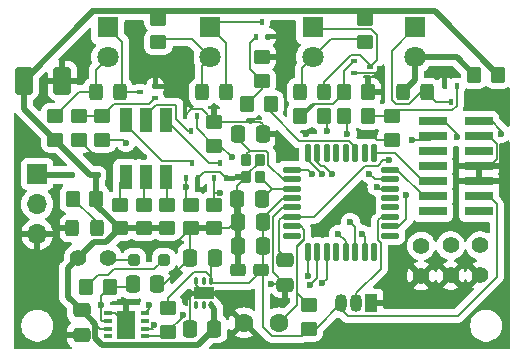
<source format=gtl>
%TF.GenerationSoftware,KiCad,Pcbnew,8.0.5-8.0.5-0~ubuntu20.04.1*%
%TF.CreationDate,2024-10-09T10:57:02+02:00*%
%TF.ProjectId,LIN_eval,4c494e5f-6576-4616-9c2e-6b696361645f,rev?*%
%TF.SameCoordinates,Original*%
%TF.FileFunction,Copper,L1,Top*%
%TF.FilePolarity,Positive*%
%FSLAX46Y46*%
G04 Gerber Fmt 4.6, Leading zero omitted, Abs format (unit mm)*
G04 Created by KiCad (PCBNEW 8.0.5-8.0.5-0~ubuntu20.04.1) date 2024-10-09 10:57:02*
%MOMM*%
%LPD*%
G01*
G04 APERTURE LIST*
G04 Aperture macros list*
%AMRoundRect*
0 Rectangle with rounded corners*
0 $1 Rounding radius*
0 $2 $3 $4 $5 $6 $7 $8 $9 X,Y pos of 4 corners*
0 Add a 4 corners polygon primitive as box body*
4,1,4,$2,$3,$4,$5,$6,$7,$8,$9,$2,$3,0*
0 Add four circle primitives for the rounded corners*
1,1,$1+$1,$2,$3*
1,1,$1+$1,$4,$5*
1,1,$1+$1,$6,$7*
1,1,$1+$1,$8,$9*
0 Add four rect primitives between the rounded corners*
20,1,$1+$1,$2,$3,$4,$5,0*
20,1,$1+$1,$4,$5,$6,$7,0*
20,1,$1+$1,$6,$7,$8,$9,0*
20,1,$1+$1,$8,$9,$2,$3,0*%
G04 Aperture macros list end*
%TA.AperFunction,SMDPad,CuDef*%
%ADD10RoundRect,0.250000X-0.450000X0.350000X-0.450000X-0.350000X0.450000X-0.350000X0.450000X0.350000X0*%
%TD*%
%TA.AperFunction,SMDPad,CuDef*%
%ADD11RoundRect,0.250000X0.325000X0.450000X-0.325000X0.450000X-0.325000X-0.450000X0.325000X-0.450000X0*%
%TD*%
%TA.AperFunction,SMDPad,CuDef*%
%ADD12RoundRect,0.102000X-0.323000X0.373000X-0.323000X-0.373000X0.323000X-0.373000X0.323000X0.373000X0*%
%TD*%
%TA.AperFunction,SMDPad,CuDef*%
%ADD13RoundRect,0.100000X-0.100000X0.155000X-0.100000X-0.155000X0.100000X-0.155000X0.100000X0.155000X0*%
%TD*%
%TA.AperFunction,SMDPad,CuDef*%
%ADD14RoundRect,0.250000X0.337500X0.475000X-0.337500X0.475000X-0.337500X-0.475000X0.337500X-0.475000X0*%
%TD*%
%TA.AperFunction,SMDPad,CuDef*%
%ADD15RoundRect,0.100000X-0.155000X-0.100000X0.155000X-0.100000X0.155000X0.100000X-0.155000X0.100000X0*%
%TD*%
%TA.AperFunction,ComponentPad*%
%ADD16R,1.050000X1.500000*%
%TD*%
%TA.AperFunction,ComponentPad*%
%ADD17O,1.050000X1.500000*%
%TD*%
%TA.AperFunction,ComponentPad*%
%ADD18C,1.400000*%
%TD*%
%TA.AperFunction,SMDPad,CuDef*%
%ADD19RoundRect,0.250001X-0.499999X-0.924999X0.499999X-0.924999X0.499999X0.924999X-0.499999X0.924999X0*%
%TD*%
%TA.AperFunction,SMDPad,CuDef*%
%ADD20RoundRect,0.250000X-0.337500X-0.475000X0.337500X-0.475000X0.337500X0.475000X-0.337500X0.475000X0*%
%TD*%
%TA.AperFunction,SMDPad,CuDef*%
%ADD21RoundRect,0.250000X0.450000X-0.350000X0.450000X0.350000X-0.450000X0.350000X-0.450000X-0.350000X0*%
%TD*%
%TA.AperFunction,SMDPad,CuDef*%
%ADD22RoundRect,0.250000X-0.350000X-0.450000X0.350000X-0.450000X0.350000X0.450000X-0.350000X0.450000X0*%
%TD*%
%TA.AperFunction,SMDPad,CuDef*%
%ADD23R,0.650000X0.350000*%
%TD*%
%TA.AperFunction,SMDPad,CuDef*%
%ADD24R,1.550000X2.400000*%
%TD*%
%TA.AperFunction,SMDPad,CuDef*%
%ADD25RoundRect,0.100000X0.100000X-0.155000X0.100000X0.155000X-0.100000X0.155000X-0.100000X-0.155000X0*%
%TD*%
%TA.AperFunction,SMDPad,CuDef*%
%ADD26RoundRect,0.250000X-0.475000X0.337500X-0.475000X-0.337500X0.475000X-0.337500X0.475000X0.337500X0*%
%TD*%
%TA.AperFunction,SMDPad,CuDef*%
%ADD27RoundRect,0.250000X0.350000X0.450000X-0.350000X0.450000X-0.350000X-0.450000X0.350000X-0.450000X0*%
%TD*%
%TA.AperFunction,SMDPad,CuDef*%
%ADD28RoundRect,0.250000X0.400000X0.275000X-0.400000X0.275000X-0.400000X-0.275000X0.400000X-0.275000X0*%
%TD*%
%TA.AperFunction,SMDPad,CuDef*%
%ADD29RoundRect,0.100000X0.155000X0.100000X-0.155000X0.100000X-0.155000X-0.100000X0.155000X-0.100000X0*%
%TD*%
%TA.AperFunction,SMDPad,CuDef*%
%ADD30RoundRect,0.125000X-0.625000X-0.125000X0.625000X-0.125000X0.625000X0.125000X-0.625000X0.125000X0*%
%TD*%
%TA.AperFunction,SMDPad,CuDef*%
%ADD31RoundRect,0.125000X-0.125000X-0.625000X0.125000X-0.625000X0.125000X0.625000X-0.125000X0.625000X0*%
%TD*%
%TA.AperFunction,SMDPad,CuDef*%
%ADD32RoundRect,0.075000X-0.075000X0.247500X-0.075000X-0.247500X0.075000X-0.247500X0.075000X0.247500X0*%
%TD*%
%TA.AperFunction,HeatsinkPad*%
%ADD33R,1.700000X1.010000*%
%TD*%
%TA.AperFunction,ComponentPad*%
%ADD34C,1.600000*%
%TD*%
%TA.AperFunction,SMDPad,CuDef*%
%ADD35R,2.400000X0.740000*%
%TD*%
%TA.AperFunction,SMDPad,CuDef*%
%ADD36RoundRect,0.250000X-0.325000X-0.450000X0.325000X-0.450000X0.325000X0.450000X-0.325000X0.450000X0*%
%TD*%
%TA.AperFunction,ComponentPad*%
%ADD37R,1.700000X1.700000*%
%TD*%
%TA.AperFunction,ComponentPad*%
%ADD38O,1.700000X1.700000*%
%TD*%
%TA.AperFunction,SMDPad,CuDef*%
%ADD39R,1.100000X2.000000*%
%TD*%
%TA.AperFunction,SMDPad,CuDef*%
%ADD40RoundRect,0.250000X0.250000X0.250000X-0.250000X0.250000X-0.250000X-0.250000X0.250000X-0.250000X0*%
%TD*%
%TA.AperFunction,SMDPad,CuDef*%
%ADD41RoundRect,0.125000X0.125000X0.125000X-0.125000X0.125000X-0.125000X-0.125000X0.125000X-0.125000X0*%
%TD*%
%TA.AperFunction,ComponentPad*%
%ADD42R,1.800000X1.800000*%
%TD*%
%TA.AperFunction,ComponentPad*%
%ADD43C,1.800000*%
%TD*%
%TA.AperFunction,ViaPad*%
%ADD44C,0.600000*%
%TD*%
%TA.AperFunction,Conductor*%
%ADD45C,0.500000*%
%TD*%
%TA.AperFunction,Conductor*%
%ADD46C,0.200000*%
%TD*%
G04 APERTURE END LIST*
D10*
%TO.P,R20,1*%
%TO.N,VBAT*%
X150250000Y-75250000D03*
%TO.P,R20,2*%
%TO.N,Net-(D10-A)*%
X150250000Y-77250000D03*
%TD*%
D11*
%TO.P,D12,1,K*%
%TO.N,Net-(D11-K)*%
X155500000Y-81500000D03*
%TO.P,D12,2,A*%
%TO.N,Net-(D11-A)*%
X153450000Y-81500000D03*
%TD*%
D12*
%TO.P,Y2,1,1*%
%TO.N,Net-(U3-PC14)*%
X140200000Y-87200000D03*
%TO.P,Y2,2,2*%
%TO.N,GND*%
X140200000Y-88650000D03*
%TO.P,Y2,3,3*%
%TO.N,Net-(U3-PC15)*%
X141350000Y-88650000D03*
%TO.P,Y2,4,4*%
%TO.N,GND*%
X141350000Y-87200000D03*
%TD*%
D13*
%TO.P,Q4,1,G*%
%TO.N,/LED_R*%
X137500000Y-88790000D03*
%TO.P,Q4,2,S*%
%TO.N,GND*%
X138500000Y-88790000D03*
%TO.P,Q4,3,D*%
%TO.N,Net-(D6-RK)*%
X138000000Y-87500000D03*
%TD*%
D14*
%TO.P,C10,1*%
%TO.N,+3V3*%
X141575000Y-92500000D03*
%TO.P,C10,2*%
%TO.N,GND*%
X139500000Y-92500000D03*
%TD*%
D15*
%TO.P,Q1,1,G*%
%TO.N,Net-(Q1-G)*%
X132500000Y-82000000D03*
%TO.P,Q1,2,S*%
%TO.N,GND*%
X132500000Y-81000000D03*
%TO.P,Q1,3,D*%
%TO.N,Net-(D2-K)*%
X131210000Y-81500000D03*
%TD*%
D14*
%TO.P,C3,1*%
%TO.N,VBAT*%
X137500000Y-101500000D03*
%TO.P,C3,2*%
%TO.N,GND*%
X135425000Y-101500000D03*
%TD*%
D16*
%TO.P,U4,1,GND*%
%TO.N,GND*%
X150770000Y-99360000D03*
D17*
%TO.P,U4,2,DQ*%
%TO.N,Net-(U3-PA9{slash}NC)*%
X149500000Y-99360000D03*
%TO.P,U4,3,V_{DD}*%
%TO.N,+3V3*%
X148230000Y-99360000D03*
%TD*%
D18*
%TO.P,JP4,1,A*%
%TO.N,GND*%
X160000000Y-97000000D03*
%TO.P,JP4,2,B*%
%TO.N,Net-(JP4-B)*%
X160000000Y-94460000D03*
%TD*%
D13*
%TO.P,Q5,1,G*%
%TO.N,Net-(Q5-G)*%
X141000000Y-76790000D03*
%TO.P,Q5,2,S*%
%TO.N,GND*%
X142000000Y-76790000D03*
%TO.P,Q5,3,D*%
%TO.N,Net-(D7-K)*%
X141500000Y-75500000D03*
%TD*%
D18*
%TO.P,JP3,1,A*%
%TO.N,GND*%
X157500000Y-97000000D03*
%TO.P,JP3,2,B*%
%TO.N,Net-(JP3-B)*%
X157500000Y-94460000D03*
%TD*%
D19*
%TO.P,C12,1*%
%TO.N,VBAT*%
X121375000Y-80500000D03*
%TO.P,C12,2*%
%TO.N,GND*%
X124625000Y-80500000D03*
%TD*%
D20*
%TO.P,C2,1*%
%TO.N,/LIN*%
X130600000Y-97750000D03*
%TO.P,C2,2*%
%TO.N,GND*%
X132675000Y-97750000D03*
%TD*%
D21*
%TO.P,R7,1*%
%TO.N,+3V3*%
X145500000Y-101500000D03*
%TO.P,R7,2*%
%TO.N,Net-(U3-PA0)*%
X145500000Y-99500000D03*
%TD*%
D22*
%TO.P,R19,1*%
%TO.N,Net-(Q6-G)*%
X148500000Y-81500000D03*
%TO.P,R19,2*%
%TO.N,GND*%
X150500000Y-81500000D03*
%TD*%
D23*
%TO.P,U1,1,RXD*%
%TO.N,/RXD*%
X131600000Y-102150000D03*
%TO.P,U1,2,~{SLP}*%
%TO.N,/LIN_SLEEP*%
X131600000Y-101500000D03*
%TO.P,U1,3,NC*%
%TO.N,unconnected-(U1-NC-Pad3)*%
X131600000Y-100850000D03*
%TO.P,U1,4,TXD*%
%TO.N,/TXD*%
X131600000Y-100200000D03*
%TO.P,U1,5,GND*%
%TO.N,GND*%
X128500000Y-100200000D03*
%TO.P,U1,6,LIN*%
%TO.N,/LIN*%
X128500000Y-100850000D03*
%TO.P,U1,7,VBAT*%
%TO.N,VBAT*%
X128500000Y-101500000D03*
%TO.P,U1,8,NC*%
%TO.N,unconnected-(U1-NC-Pad8)*%
X128500000Y-102150000D03*
D24*
%TO.P,U1,9,GND*%
%TO.N,GND*%
X130050000Y-101175000D03*
%TD*%
D10*
%TO.P,R17,1*%
%TO.N,VBAT*%
X132750000Y-75250000D03*
%TO.P,R17,2*%
%TO.N,Net-(D7-A)*%
X132750000Y-77250000D03*
%TD*%
D14*
%TO.P,C9,1*%
%TO.N,+3V3*%
X141575000Y-94500000D03*
%TO.P,C9,2*%
%TO.N,GND*%
X139500000Y-94500000D03*
%TD*%
D21*
%TO.P,R3,1*%
%TO.N,/LED_0*%
X128000000Y-85500000D03*
%TO.P,R3,2*%
%TO.N,Net-(Q1-G)*%
X128000000Y-83500000D03*
%TD*%
D25*
%TO.P,Q7,1,G*%
%TO.N,Net-(Q7-G)*%
X158000000Y-81000000D03*
%TO.P,Q7,2,S*%
%TO.N,GND*%
X157000000Y-81000000D03*
%TO.P,Q7,3,D*%
%TO.N,Net-(D11-K)*%
X157500000Y-82290000D03*
%TD*%
D10*
%TO.P,R22,1*%
%TO.N,Net-(Q7-G)*%
X152500000Y-83500000D03*
%TO.P,R22,2*%
%TO.N,GND*%
X152500000Y-85500000D03*
%TD*%
D26*
%TO.P,C1,1*%
%TO.N,VBAT*%
X126250000Y-99962500D03*
%TO.P,C1,2*%
%TO.N,GND*%
X126250000Y-102037500D03*
%TD*%
D14*
%TO.P,C4,1*%
%TO.N,+3V3*%
X137537500Y-95500000D03*
%TO.P,C4,2*%
%TO.N,GND*%
X135462500Y-95500000D03*
%TD*%
D22*
%TO.P,R21,1*%
%TO.N,/LED_3*%
X148500000Y-83500000D03*
%TO.P,R21,2*%
%TO.N,Net-(Q7-G)*%
X150500000Y-83500000D03*
%TD*%
D21*
%TO.P,R10,1*%
%TO.N,VBAT*%
X131500000Y-93000000D03*
%TO.P,R10,2*%
%TO.N,Net-(D6-GA)*%
X131500000Y-91000000D03*
%TD*%
D22*
%TO.P,R2,1*%
%TO.N,Net-(D1-K)*%
X126637500Y-98000000D03*
%TO.P,R2,2*%
%TO.N,/LIN*%
X128637500Y-98000000D03*
%TD*%
D11*
%TO.P,D8,1,K*%
%TO.N,Net-(D7-K)*%
X138500000Y-81500000D03*
%TO.P,D8,2,A*%
%TO.N,Net-(D7-A)*%
X136450000Y-81500000D03*
%TD*%
D27*
%TO.P,R15,1*%
%TO.N,/LED_1*%
X142250000Y-82500000D03*
%TO.P,R15,2*%
%TO.N,Net-(Q5-G)*%
X140250000Y-82500000D03*
%TD*%
D10*
%TO.P,R4,1*%
%TO.N,Net-(Q1-G)*%
X126000000Y-83500000D03*
%TO.P,R4,2*%
%TO.N,GND*%
X126000000Y-85500000D03*
%TD*%
D25*
%TO.P,Q3,1,G*%
%TO.N,/LED_G*%
X136000000Y-83500000D03*
%TO.P,Q3,2,S*%
%TO.N,GND*%
X135000000Y-83500000D03*
%TO.P,Q3,3,D*%
%TO.N,Net-(D6-GK)*%
X135500000Y-84790000D03*
%TD*%
D11*
%TO.P,D10,1,K*%
%TO.N,Net-(D10-K)*%
X146775000Y-81500000D03*
%TO.P,D10,2,A*%
%TO.N,Net-(D10-A)*%
X144725000Y-81500000D03*
%TD*%
D10*
%TO.P,R12,1*%
%TO.N,/LED_R*%
X137500000Y-91000000D03*
%TO.P,R12,2*%
%TO.N,GND*%
X137500000Y-93000000D03*
%TD*%
D28*
%TO.P,C11,1*%
%TO.N,+3V3*%
X141475000Y-96500000D03*
%TO.P,C11,2*%
%TO.N,GND*%
X139525000Y-96500000D03*
%TD*%
D21*
%TO.P,R6,1*%
%TO.N,VBAT*%
X133500000Y-93000000D03*
%TO.P,R6,2*%
%TO.N,Net-(D6-RA)*%
X133500000Y-91000000D03*
%TD*%
D29*
%TO.P,Q6,1,G*%
%TO.N,Net-(Q6-G)*%
X149355000Y-78855000D03*
%TO.P,Q6,2,S*%
%TO.N,GND*%
X149355000Y-79855000D03*
%TO.P,Q6,3,D*%
%TO.N,Net-(D10-K)*%
X150645000Y-79355000D03*
%TD*%
D14*
%TO.P,C7,1*%
%TO.N,Net-(U3-PC15)*%
X141500000Y-90500000D03*
%TO.P,C7,2*%
%TO.N,GND*%
X139425000Y-90500000D03*
%TD*%
D30*
%TO.P,U3,1,PB9*%
%TO.N,Net-(JP2-B)*%
X144050000Y-88040000D03*
%TO.P,U3,2,PC14*%
%TO.N,Net-(U3-PC14)*%
X144050000Y-88840000D03*
%TO.P,U3,3,PC15*%
%TO.N,Net-(U3-PC15)*%
X144050000Y-89640000D03*
%TO.P,U3,4,VDD*%
%TO.N,+3V3*%
X144050000Y-90440000D03*
%TO.P,U3,5,VSS*%
%TO.N,GND*%
X144050000Y-91240000D03*
%TO.P,U3,6,NRST*%
%TO.N,/RST*%
X144050000Y-92040000D03*
%TO.P,U3,7,PA0*%
%TO.N,Net-(U3-PA0)*%
X144050000Y-92840000D03*
%TO.P,U3,8,PA1*%
%TO.N,unconnected-(U3-PA1-Pad8)*%
X144050000Y-93640000D03*
D31*
%TO.P,U3,9,PA2*%
%TO.N,/TXD*%
X145425000Y-95015000D03*
%TO.P,U3,10,PA3*%
%TO.N,/RXD*%
X146225000Y-95015000D03*
%TO.P,U3,11,PA4*%
%TO.N,/LIN_SLEEP*%
X147025000Y-95015000D03*
%TO.P,U3,12,PA5*%
%TO.N,unconnected-(U3-PA5-Pad12)*%
X147825000Y-95015000D03*
%TO.P,U3,13,PA6*%
%TO.N,/LED_R*%
X148625000Y-95015000D03*
%TO.P,U3,14,PA7*%
%TO.N,/LED_G*%
X149425000Y-95015000D03*
%TO.P,U3,15,PB0*%
%TO.N,/LED_B*%
X150225000Y-95015000D03*
%TO.P,U3,16,PB1*%
%TO.N,unconnected-(U3-PB1-Pad16)*%
X151025000Y-95015000D03*
D30*
%TO.P,U3,17,PB2*%
%TO.N,unconnected-(U3-PB2-Pad17)*%
X152400000Y-93640000D03*
%TO.P,U3,18,PA8*%
%TO.N,/LED_0*%
X152400000Y-92840000D03*
%TO.P,U3,19,PA9/NC*%
%TO.N,Net-(U3-PA9{slash}NC)*%
X152400000Y-92040000D03*
%TO.P,U3,20,PC6*%
%TO.N,unconnected-(U3-PC6-Pad20)*%
X152400000Y-91240000D03*
%TO.P,U3,21,PA10/NC*%
%TO.N,unconnected-(U3-PA10{slash}NC-Pad21)*%
X152400000Y-90440000D03*
%TO.P,U3,22,PA11/PA9*%
%TO.N,/LED_3*%
X152400000Y-89640000D03*
%TO.P,U3,23,PA12/PA10*%
%TO.N,/LED_2*%
X152400000Y-88840000D03*
%TO.P,U3,24,PA13*%
%TO.N,/SWDIO*%
X152400000Y-88040000D03*
D31*
%TO.P,U3,25,PA14*%
%TO.N,/SWCLK*%
X151025000Y-86665000D03*
%TO.P,U3,26,PA15*%
%TO.N,unconnected-(U3-PA15-Pad26)*%
X150225000Y-86665000D03*
%TO.P,U3,27,PB3*%
%TO.N,/LED_1*%
X149425000Y-86665000D03*
%TO.P,U3,28,PB4*%
%TO.N,unconnected-(U3-PB4-Pad28)*%
X148625000Y-86665000D03*
%TO.P,U3,29,PB5*%
%TO.N,unconnected-(U3-PB5-Pad29)*%
X147825000Y-86665000D03*
%TO.P,U3,30,PB6*%
%TO.N,unconnected-(U3-PB6-Pad30)*%
X147025000Y-86665000D03*
%TO.P,U3,31,PB7*%
%TO.N,Net-(JP4-B)*%
X146225000Y-86665000D03*
%TO.P,U3,32,PB8*%
%TO.N,Net-(JP3-B)*%
X145425000Y-86665000D03*
%TD*%
D21*
%TO.P,R16,1*%
%TO.N,Net-(Q5-G)*%
X141500000Y-80500000D03*
%TO.P,R16,2*%
%TO.N,GND*%
X141500000Y-78500000D03*
%TD*%
%TO.P,R11,1*%
%TO.N,VBAT*%
X129500000Y-93000000D03*
%TO.P,R11,2*%
%TO.N,Net-(D6-BA)*%
X129500000Y-91000000D03*
%TD*%
D32*
%TO.P,U2,1,VO*%
%TO.N,+3V3*%
X137225000Y-97472500D03*
%TO.P,U2,2,NC*%
%TO.N,unconnected-(U2-NC-Pad2)*%
X136575000Y-97472500D03*
%TO.P,U2,3,GND*%
%TO.N,GND*%
X135925000Y-97472500D03*
%TO.P,U2,4,NC*%
%TO.N,unconnected-(U2-NC-Pad4)*%
X135925000Y-99527500D03*
%TO.P,U2,5,NC*%
%TO.N,unconnected-(U2-NC-Pad5)*%
X136575000Y-99527500D03*
%TO.P,U2,6,VI*%
%TO.N,VBAT*%
X137225000Y-99527500D03*
D33*
%TO.P,U2,7,GND*%
%TO.N,GND*%
X136575000Y-98500000D03*
%TD*%
D11*
%TO.P,D5,1,K*%
%TO.N,Net-(D2-K)*%
X129500000Y-81500000D03*
%TO.P,D5,2,A*%
%TO.N,Net-(D2-A)*%
X127450000Y-81500000D03*
%TD*%
D18*
%TO.P,JP1,1,A*%
%TO.N,VBAT*%
X125960000Y-95500000D03*
%TO.P,JP1,2,B*%
%TO.N,Net-(D1-A)*%
X128500000Y-95500000D03*
%TD*%
D27*
%TO.P,R18,1*%
%TO.N,/LED_2*%
X146750000Y-83500000D03*
%TO.P,R18,2*%
%TO.N,Net-(Q6-G)*%
X144750000Y-83500000D03*
%TD*%
D34*
%TO.P,R9,1*%
%TO.N,Net-(U3-PA0)*%
X143000000Y-101000000D03*
%TO.P,R9,2*%
%TO.N,GND*%
X140000000Y-101000000D03*
%TD*%
D21*
%TO.P,R13,1*%
%TO.N,/LED_G*%
X137500000Y-86000000D03*
%TO.P,R13,2*%
%TO.N,GND*%
X137500000Y-84000000D03*
%TD*%
D18*
%TO.P,JP2,1,A*%
%TO.N,GND*%
X155000000Y-97040000D03*
%TO.P,JP2,2,B*%
%TO.N,Net-(JP2-B)*%
X155000000Y-94500000D03*
%TD*%
D35*
%TO.P,J1,1,NC*%
%TO.N,unconnected-(J1-NC-Pad1)*%
X159900000Y-91580000D03*
%TO.P,J1,2,NC*%
%TO.N,unconnected-(J1-NC-Pad2)*%
X156000000Y-91580000D03*
%TO.P,J1,3,VCC*%
%TO.N,+3V3*%
X159900000Y-90310000D03*
%TO.P,J1,4,JTMS/SWDIO*%
%TO.N,/SWDIO*%
X156000000Y-90310000D03*
%TO.P,J1,5,GND*%
%TO.N,GND*%
X159900000Y-89040000D03*
%TO.P,J1,6,JCLK/SWCLK*%
%TO.N,/SWCLK*%
X156000000Y-89040000D03*
%TO.P,J1,7,GND*%
%TO.N,GND*%
X159900000Y-87770000D03*
%TO.P,J1,8,JTDO/SWO*%
%TO.N,unconnected-(J1-JTDO{slash}SWO-Pad8)*%
X156000000Y-87770000D03*
%TO.P,J1,9,JRCLK/NC*%
%TO.N,unconnected-(J1-JRCLK{slash}NC-Pad9)*%
X159900000Y-86500000D03*
%TO.P,J1,10,JTDI/NC*%
%TO.N,unconnected-(J1-JTDI{slash}NC-Pad10)*%
X156000000Y-86500000D03*
%TO.P,J1,11,GNDDetect*%
%TO.N,GND*%
X159900000Y-85230000D03*
%TO.P,J1,12,~{RST}*%
%TO.N,/RST*%
X156000000Y-85230000D03*
%TO.P,J1,13,VCP_RX*%
%TO.N,/RXD*%
X159900000Y-83960000D03*
%TO.P,J1,14,VCP_TX*%
%TO.N,/TXD*%
X156000000Y-83960000D03*
%TD*%
D21*
%TO.P,R8,1*%
%TO.N,VBAT*%
X124000000Y-85500000D03*
%TO.P,R8,2*%
%TO.N,Net-(D2-A)*%
X124000000Y-83500000D03*
%TD*%
D26*
%TO.P,C5,1*%
%TO.N,/RST*%
X143500000Y-95712500D03*
%TO.P,C5,2*%
%TO.N,GND*%
X143500000Y-97787500D03*
%TD*%
D36*
%TO.P,D3,1,K*%
%TO.N,GND*%
X125475000Y-93000000D03*
%TO.P,D3,2,A*%
%TO.N,Net-(D3-A)*%
X127525000Y-93000000D03*
%TD*%
D27*
%TO.P,R23,1*%
%TO.N,VBAT*%
X161500000Y-80000000D03*
%TO.P,R23,2*%
%TO.N,Net-(D11-A)*%
X159500000Y-80000000D03*
%TD*%
D13*
%TO.P,Q2,1,G*%
%TO.N,/LED_B*%
X135075000Y-88790000D03*
%TO.P,Q2,2,S*%
%TO.N,GND*%
X136075000Y-88790000D03*
%TO.P,Q2,3,D*%
%TO.N,Net-(D6-BK)*%
X135575000Y-87500000D03*
%TD*%
D37*
%TO.P,J2,1,Pin_1*%
%TO.N,Net-(D4-A)*%
X122500000Y-88420000D03*
D38*
%TO.P,J2,2,Pin_2*%
%TO.N,/LIN*%
X122500000Y-90960000D03*
%TO.P,J2,3,Pin_3*%
%TO.N,GND*%
X122500000Y-93500000D03*
%TD*%
D10*
%TO.P,R14,1*%
%TO.N,/LED_B*%
X135500000Y-91000000D03*
%TO.P,R14,2*%
%TO.N,GND*%
X135500000Y-93000000D03*
%TD*%
D39*
%TO.P,D6,1,RK*%
%TO.N,Net-(D6-RK)*%
X133400000Y-83850000D03*
%TO.P,D6,2,GK*%
%TO.N,Net-(D6-GK)*%
X131700000Y-83850000D03*
%TO.P,D6,3,BK*%
%TO.N,Net-(D6-BK)*%
X130000000Y-83850000D03*
%TO.P,D6,4,BA*%
%TO.N,Net-(D6-BA)*%
X130000000Y-88650000D03*
%TO.P,D6,5,GA*%
%TO.N,Net-(D6-GA)*%
X131700000Y-88650000D03*
%TO.P,D6,6,RA*%
%TO.N,Net-(D6-RA)*%
X133400000Y-88650000D03*
%TD*%
D21*
%TO.P,R1,1*%
%TO.N,/RXD*%
X133600000Y-101750000D03*
%TO.P,R1,2*%
%TO.N,+3V3*%
X133600000Y-99750000D03*
%TD*%
D40*
%TO.P,D1,1,K*%
%TO.N,Net-(D1-K)*%
X133210000Y-95690000D03*
%TO.P,D1,2,A*%
%TO.N,Net-(D1-A)*%
X130710000Y-95690000D03*
%TD*%
D20*
%TO.P,C6,1*%
%TO.N,Net-(U3-PC14)*%
X139500000Y-85050000D03*
%TO.P,C6,2*%
%TO.N,GND*%
X141575000Y-85050000D03*
%TD*%
D41*
%TO.P,D4,1,K*%
%TO.N,VBAT*%
X127600000Y-88500000D03*
%TO.P,D4,2,A*%
%TO.N,Net-(D4-A)*%
X125400000Y-88500000D03*
%TD*%
D27*
%TO.P,R5,1*%
%TO.N,VBAT*%
X127500000Y-90500000D03*
%TO.P,R5,2*%
%TO.N,Net-(D3-A)*%
X125500000Y-90500000D03*
%TD*%
D42*
%TO.P,D7,1,K*%
%TO.N,Net-(D7-K)*%
X137141666Y-76000000D03*
D43*
%TO.P,D7,2,A*%
%TO.N,Net-(D7-A)*%
X137141666Y-78540000D03*
%TD*%
D42*
%TO.P,D11,1,K*%
%TO.N,Net-(D11-K)*%
X154475000Y-76000000D03*
D43*
%TO.P,D11,2,A*%
%TO.N,Net-(D11-A)*%
X154475000Y-78540000D03*
%TD*%
D42*
%TO.P,D9,1,K*%
%TO.N,Net-(D10-K)*%
X145808332Y-76000000D03*
D43*
%TO.P,D9,2,A*%
%TO.N,Net-(D10-A)*%
X145808332Y-78540000D03*
%TD*%
D42*
%TO.P,D2,1,K*%
%TO.N,Net-(D2-K)*%
X128475000Y-76000000D03*
D43*
%TO.P,D2,2,A*%
%TO.N,Net-(D2-A)*%
X128475000Y-78540000D03*
%TD*%
D44*
%TO.N,GND*%
X145250000Y-85000000D03*
X143250000Y-86000000D03*
X143750000Y-77750000D03*
X122750000Y-97000000D03*
X156250000Y-99000000D03*
X122500000Y-82500000D03*
X126250000Y-78250000D03*
X150750000Y-85000000D03*
X121500000Y-85000000D03*
X129500000Y-99250000D03*
X151500000Y-79500000D03*
X132000000Y-94500000D03*
X146000000Y-93500000D03*
X159750000Y-82000000D03*
X131500000Y-78750000D03*
X142250000Y-97750000D03*
X134250000Y-79000000D03*
X153750000Y-99000000D03*
X154750000Y-101500000D03*
X131500000Y-87000000D03*
X156750000Y-80000000D03*
%TO.N,/LIN*%
X127875000Y-99500000D03*
%TO.N,/RST*%
X152250000Y-87265000D03*
X154250000Y-85500000D03*
%TO.N,/RXD*%
X161750000Y-85000000D03*
X145623742Y-97822031D03*
X134799999Y-100326993D03*
%TO.N,/LED_0*%
X153750000Y-90150000D03*
X130000000Y-85750000D03*
%TO.N,/LIN_SLEEP*%
X146646029Y-97648273D03*
X132418270Y-101234281D03*
%TO.N,/TXD*%
X132000000Y-99500000D03*
X158000000Y-85250000D03*
X145389756Y-97057012D03*
%TO.N,Net-(JP4-B)*%
X147478115Y-88432526D03*
%TO.N,Net-(JP2-B)*%
X145799265Y-88450735D03*
%TO.N,/LED_2*%
X147000000Y-84750000D03*
X150625000Y-88375000D03*
%TO.N,Net-(JP3-B)*%
X146598530Y-88401470D03*
%TO.N,/LED_B*%
X150025000Y-93500000D03*
X135075000Y-89500000D03*
%TO.N,/LED_G*%
X149000000Y-92500000D03*
X139000000Y-87000000D03*
%TO.N,/LED_R*%
X148000000Y-93500000D03*
X138000000Y-90000000D03*
%TO.N,/LED_3*%
X148750000Y-85000000D03*
X151250000Y-89500000D03*
%TD*%
D45*
%TO.N,VBAT*%
X127225000Y-74650000D02*
X121375000Y-80500000D01*
X137500000Y-101500000D02*
X137500000Y-99802500D01*
D46*
X150450000Y-74800000D02*
X156300000Y-74800000D01*
D45*
X127500000Y-74650000D02*
X127225000Y-74650000D01*
X126250000Y-99962500D02*
X127425000Y-101137500D01*
X127125000Y-74650000D02*
X127500000Y-74650000D01*
X131500000Y-74650000D02*
X149000000Y-74650000D01*
X131750000Y-102900000D02*
X136100000Y-102900000D01*
X127310000Y-94150000D02*
X125960000Y-95500000D01*
D46*
X136100000Y-102900000D02*
X132250000Y-102900000D01*
D45*
X129500000Y-93000000D02*
X128350000Y-94150000D01*
X127600000Y-88500000D02*
X127000000Y-88500000D01*
D46*
X132750000Y-75000000D02*
X132550000Y-74800000D01*
D45*
X128000000Y-102900000D02*
X131750000Y-102900000D01*
X136100000Y-102900000D02*
X137500000Y-101500000D01*
X129500000Y-93000000D02*
X127500000Y-91000000D01*
D46*
X132550000Y-74800000D02*
X127450000Y-74800000D01*
X132950000Y-74800000D02*
X150050000Y-74800000D01*
X132750000Y-75000000D02*
X132950000Y-74800000D01*
X127787500Y-101500000D02*
X127425000Y-101137500D01*
D45*
X149650000Y-74650000D02*
X150250000Y-75250000D01*
X127500000Y-90500000D02*
X127500000Y-88600000D01*
D46*
X161500000Y-80000000D02*
X156300000Y-74800000D01*
D45*
X149000000Y-74650000D02*
X149650000Y-74650000D01*
X127425000Y-101137500D02*
X127425000Y-102325000D01*
X127500000Y-74650000D02*
X131500000Y-74650000D01*
X156150000Y-74650000D02*
X161500000Y-80000000D01*
X127500000Y-91000000D02*
X127500000Y-90500000D01*
X125075000Y-98787500D02*
X126250000Y-99962500D01*
X131750000Y-102900000D02*
X132250000Y-102900000D01*
D46*
X150250000Y-75000000D02*
X150450000Y-74800000D01*
D45*
X125960000Y-95500000D02*
X125075000Y-96385000D01*
X127500000Y-88600000D02*
X127600000Y-88500000D01*
X137500000Y-99802500D02*
X137225000Y-99527500D01*
X125075000Y-96385000D02*
X125075000Y-98787500D01*
D46*
X150050000Y-74800000D02*
X150250000Y-75000000D01*
D45*
X131500000Y-74650000D02*
X132150000Y-74650000D01*
D46*
X128500000Y-101500000D02*
X127787500Y-101500000D01*
D45*
X121375000Y-80500000D02*
X121375000Y-82875000D01*
X128350000Y-94150000D02*
X127310000Y-94150000D01*
X121375000Y-82875000D02*
X124000000Y-85500000D01*
X132150000Y-74650000D02*
X132750000Y-75250000D01*
X127000000Y-88500000D02*
X124000000Y-85500000D01*
X129500000Y-93000000D02*
X133500000Y-93000000D01*
X149000000Y-74650000D02*
X156150000Y-74650000D01*
X127425000Y-102325000D02*
X128000000Y-102900000D01*
D46*
X125960000Y-95500000D02*
X125260000Y-96200000D01*
%TO.N,GND*%
X139425000Y-90500000D02*
X139425000Y-89425000D01*
X137500000Y-84000000D02*
X136445000Y-82945000D01*
X151145000Y-79855000D02*
X151500000Y-79500000D01*
X139500000Y-92500000D02*
X139250000Y-92500000D01*
X126000000Y-85500000D02*
X127500000Y-87000000D01*
X135425000Y-98600000D02*
X135525000Y-98500000D01*
X135462500Y-93037500D02*
X135500000Y-93000000D01*
X142250000Y-97750000D02*
X143462500Y-97750000D01*
X134000000Y-94500000D02*
X132000000Y-94500000D01*
X135425000Y-101500000D02*
X135425000Y-98600000D01*
X143462500Y-97750000D02*
X143500000Y-97787500D01*
X141575000Y-84210494D02*
X141364506Y-84000000D01*
X132675000Y-98000000D02*
X132962500Y-98000000D01*
X128500000Y-100200000D02*
X129075000Y-100200000D01*
X138500000Y-88790000D02*
X137945000Y-88235000D01*
X144050000Y-91240000D02*
X143300001Y-91240000D01*
X135525000Y-98500000D02*
X136575000Y-98500000D01*
X136445000Y-82945000D02*
X135555000Y-82945000D01*
X140200000Y-88532660D02*
X141350000Y-87382660D01*
X159900000Y-85230000D02*
X160730000Y-85230000D01*
X140200000Y-88650000D02*
X140200000Y-88532660D01*
X135925000Y-97850000D02*
X136575000Y-98500000D01*
X142462500Y-96750000D02*
X143500000Y-97787500D01*
X152500000Y-85500000D02*
X151250000Y-85500000D01*
X161400000Y-87100000D02*
X160730000Y-87770000D01*
X127500000Y-87000000D02*
X131500000Y-87000000D01*
X137945000Y-88235000D02*
X136630000Y-88235000D01*
X139250000Y-92500000D02*
X138750000Y-93000000D01*
X135925000Y-97472500D02*
X135925000Y-97850000D01*
X135555000Y-82945000D02*
X135000000Y-83500000D01*
X141350000Y-87382660D02*
X141350000Y-87200000D01*
X139425000Y-89425000D02*
X140200000Y-88650000D01*
X135462500Y-95500000D02*
X135462500Y-93037500D01*
X135500000Y-93000000D02*
X134000000Y-94500000D01*
X143300001Y-91240000D02*
X142462500Y-92077501D01*
X151250000Y-85500000D02*
X150750000Y-85000000D01*
X136630000Y-88235000D02*
X136075000Y-88790000D01*
X141575000Y-85050000D02*
X141575000Y-84210494D01*
X141364506Y-84000000D02*
X137500000Y-84000000D01*
X160730000Y-85230000D02*
X161400000Y-85900000D01*
X132962500Y-98000000D02*
X135462500Y-95500000D01*
X142462500Y-92077501D02*
X142462500Y-96750000D01*
X161400000Y-85900000D02*
X161400000Y-87100000D01*
X160730000Y-87770000D02*
X159900000Y-87770000D01*
X138750000Y-93000000D02*
X137500000Y-93000000D01*
X129075000Y-100200000D02*
X130050000Y-101175000D01*
X149355000Y-79855000D02*
X151145000Y-79855000D01*
%TO.N,/LIN*%
X127875000Y-100750000D02*
X127975000Y-100850000D01*
X128637500Y-98000000D02*
X130600000Y-98000000D01*
X127875000Y-98762500D02*
X127875000Y-99500000D01*
X127975000Y-100850000D02*
X128500000Y-100850000D01*
X127875000Y-99500000D02*
X127875000Y-100750000D01*
X128637500Y-98000000D02*
X127875000Y-98762500D01*
%TO.N,+3V3*%
X141575000Y-96500000D02*
X141575000Y-92500000D01*
X160730000Y-90310000D02*
X161400000Y-90980000D01*
X137375000Y-97622500D02*
X140452500Y-97622500D01*
X137225000Y-97150001D02*
X136824999Y-96750000D01*
X133600000Y-100000000D02*
X133600000Y-98900000D01*
X144900000Y-102100000D02*
X142350000Y-102100000D01*
X137225000Y-97472500D02*
X137225000Y-95812500D01*
X137225000Y-97472500D02*
X137375000Y-97622500D01*
X161400000Y-90980000D02*
X161400000Y-97100000D01*
X141575000Y-92500000D02*
X141575000Y-92165001D01*
X141575000Y-101325000D02*
X141575000Y-96500000D01*
X146090000Y-101500000D02*
X148230000Y-99360000D01*
X145500000Y-101500000D02*
X144900000Y-102100000D01*
X137225000Y-95812500D02*
X137537500Y-95500000D01*
X141575000Y-92165001D02*
X143300001Y-90440000D01*
X137225000Y-97472500D02*
X137225000Y-97150001D01*
X136824999Y-96750000D02*
X135750000Y-96750000D01*
X143300001Y-90440000D02*
X144050000Y-90440000D01*
X158090000Y-100410000D02*
X148780000Y-100410000D01*
X142350000Y-102100000D02*
X141575000Y-101325000D01*
X161400000Y-97100000D02*
X158090000Y-100410000D01*
X140452500Y-97622500D02*
X141575000Y-96500000D01*
X145500000Y-101500000D02*
X146090000Y-101500000D01*
X133600000Y-98900000D02*
X135750000Y-96750000D01*
X148230000Y-99860000D02*
X148230000Y-99360000D01*
X148780000Y-100410000D02*
X148230000Y-99860000D01*
X159900000Y-90310000D02*
X160730000Y-90310000D01*
%TO.N,/RST*%
X144050000Y-92040000D02*
X145960000Y-92040000D01*
X155730000Y-85500000D02*
X156000000Y-85230000D01*
X143500000Y-95425000D02*
X143000000Y-94925000D01*
X151779506Y-87265000D02*
X152250000Y-87265000D01*
X154250000Y-85500000D02*
X155730000Y-85500000D01*
X143000000Y-94925000D02*
X143000000Y-92340001D01*
X150285000Y-87715000D02*
X151329506Y-87715000D01*
X151329506Y-87715000D02*
X151779506Y-87265000D01*
X145960000Y-92040000D02*
X150285000Y-87715000D01*
X143300001Y-92040000D02*
X144050000Y-92040000D01*
X143000000Y-92340001D02*
X143300001Y-92040000D01*
%TO.N,Net-(U3-PC14)*%
X140200000Y-86725001D02*
X140200000Y-87200000D01*
X139500000Y-85424999D02*
X139500000Y-85050000D01*
X142075000Y-86657660D02*
X141842340Y-86425000D01*
X140500001Y-86425000D02*
X139500000Y-85424999D01*
X140500001Y-86425000D02*
X140200000Y-86725001D01*
X142075000Y-87614999D02*
X142075000Y-86657660D01*
X143300001Y-88840000D02*
X142075000Y-87614999D01*
X144050000Y-88840000D02*
X143300001Y-88840000D01*
X140500001Y-86425000D02*
X141842340Y-86425000D01*
%TO.N,Net-(U3-PC15)*%
X142360000Y-89640000D02*
X144050000Y-89640000D01*
X141500000Y-90500000D02*
X142360000Y-89640000D01*
X144050000Y-89640000D02*
X142340000Y-89640000D01*
X142340000Y-89640000D02*
X141350000Y-88650000D01*
%TO.N,Net-(D1-K)*%
X128500000Y-97000000D02*
X127637500Y-97000000D01*
X129010000Y-96490000D02*
X128500000Y-97000000D01*
X133210000Y-95690000D02*
X132410000Y-96490000D01*
X127637500Y-97000000D02*
X126637500Y-98000000D01*
X132410000Y-96490000D02*
X129010000Y-96490000D01*
%TO.N,Net-(D1-A)*%
X130710000Y-95690000D02*
X128690000Y-95690000D01*
X128690000Y-95690000D02*
X128500000Y-95500000D01*
%TO.N,Net-(D2-K)*%
X129500000Y-81500000D02*
X129675000Y-81325000D01*
X129675000Y-77200000D02*
X128475000Y-76000000D01*
X131210000Y-81500000D02*
X129500000Y-81500000D01*
X129675000Y-81325000D02*
X129675000Y-77200000D01*
%TO.N,Net-(D2-A)*%
X124000000Y-83500000D02*
X126000000Y-81500000D01*
X126000000Y-81500000D02*
X127450000Y-81500000D01*
X127450000Y-79565000D02*
X128475000Y-78540000D01*
X127450000Y-81500000D02*
X127450000Y-79565000D01*
%TO.N,Net-(D3-A)*%
X125500000Y-90500000D02*
X125525000Y-90500000D01*
X125525000Y-90500000D02*
X127525000Y-92500000D01*
D45*
%TO.N,Net-(D4-A)*%
X122580000Y-88500000D02*
X122500000Y-88420000D01*
X125400000Y-88500000D02*
X122580000Y-88500000D01*
D46*
%TO.N,/SWCLK*%
X156000000Y-89040000D02*
X155170000Y-89040000D01*
X155170000Y-89040000D02*
X152795000Y-86665000D01*
X152795000Y-86665000D02*
X151025000Y-86665000D01*
%TO.N,/SWDIO*%
X152954506Y-88040000D02*
X152400000Y-88040000D01*
X155224506Y-90310000D02*
X152954506Y-88040000D01*
X156000000Y-90310000D02*
X155224506Y-90310000D01*
%TO.N,/RXD*%
X133600000Y-102000000D02*
X133000000Y-102000000D01*
X146225000Y-97220773D02*
X146225000Y-95015000D01*
X160960000Y-83960000D02*
X159900000Y-83960000D01*
X145623742Y-97822031D02*
X146225000Y-97220773D01*
X134799999Y-100527757D02*
X133600000Y-101727756D01*
X133600000Y-101584744D02*
X133600000Y-102000000D01*
X133600000Y-101727756D02*
X133600000Y-102000000D01*
X161750000Y-84750000D02*
X160960000Y-83960000D01*
X133000000Y-102000000D02*
X132850000Y-102150000D01*
X134799999Y-100326993D02*
X134799999Y-100527757D01*
X161750000Y-85000000D02*
X161750000Y-84750000D01*
X132850000Y-102150000D02*
X131600000Y-102150000D01*
%TO.N,Net-(U3-PA0)*%
X145100000Y-93944506D02*
X144525000Y-94519506D01*
X143000000Y-101000000D02*
X144525000Y-99475000D01*
X145100000Y-93140001D02*
X145100000Y-93985494D01*
X145100000Y-93985494D02*
X144525000Y-94560494D01*
X144525000Y-94560494D02*
X144525000Y-98000000D01*
X144525000Y-99475000D02*
X144525000Y-98000000D01*
X144799999Y-92840000D02*
X145100000Y-93140001D01*
X144050000Y-92840000D02*
X144799999Y-92840000D01*
X144525000Y-98525000D02*
X145500000Y-99500000D01*
X144525000Y-98000000D02*
X144525000Y-98525000D01*
X145100000Y-93140001D02*
X145100000Y-93944506D01*
%TO.N,/LED_0*%
X153149999Y-92840000D02*
X153750000Y-92239999D01*
X129750000Y-85500000D02*
X128000000Y-85500000D01*
X152400000Y-92840000D02*
X153149999Y-92840000D01*
X130000000Y-85750000D02*
X129750000Y-85500000D01*
X153750000Y-92239999D02*
X153750000Y-90150000D01*
%TO.N,/LIN_SLEEP*%
X132272829Y-101500000D02*
X131600000Y-101500000D01*
X147025000Y-97269302D02*
X146646029Y-97648273D01*
X147025000Y-95015000D02*
X147025000Y-97269302D01*
%TO.N,/TXD*%
X145425000Y-95015000D02*
X145425000Y-97172244D01*
X132000000Y-99500000D02*
X132000000Y-99800000D01*
X158000000Y-85250000D02*
X158000000Y-85060000D01*
X156900000Y-83960000D02*
X156000000Y-83960000D01*
X132000000Y-99800000D02*
X131600000Y-100200000D01*
X158000000Y-85060000D02*
X156900000Y-83960000D01*
%TO.N,Net-(JP4-B)*%
X146760589Y-87715000D02*
X146525001Y-87715000D01*
X146525001Y-87715000D02*
X146225000Y-87414999D01*
X147478115Y-88432526D02*
X146760589Y-87715000D01*
X146225000Y-87414999D02*
X146225000Y-86665000D01*
%TO.N,/LED_1*%
X144665000Y-85615000D02*
X142250000Y-83200000D01*
X142250000Y-83200000D02*
X142250000Y-82500000D01*
X149425000Y-86110494D02*
X148929506Y-85615000D01*
X149425000Y-86665000D02*
X149425000Y-86110494D01*
X148929506Y-85615000D02*
X144665000Y-85615000D01*
%TO.N,Net-(JP2-B)*%
X145799265Y-88450735D02*
X145388530Y-88040000D01*
X145388530Y-88040000D02*
X144050000Y-88040000D01*
%TO.N,/LED_2*%
X150625000Y-88375000D02*
X151090000Y-88840000D01*
X147000000Y-84750000D02*
X147000000Y-83750000D01*
X151090000Y-88840000D02*
X152400000Y-88840000D01*
X147000000Y-83750000D02*
X146750000Y-83500000D01*
%TO.N,Net-(JP3-B)*%
X145425000Y-87227940D02*
X145425000Y-86665000D01*
X146598530Y-88401470D02*
X145425000Y-87227940D01*
%TO.N,Net-(U3-PA9{slash}NC)*%
X151350000Y-92340001D02*
X151350000Y-93985494D01*
X151575000Y-94210494D02*
X151575000Y-96425000D01*
X151575000Y-96425000D02*
X149500000Y-98500000D01*
X151650001Y-92040000D02*
X151350000Y-92340001D01*
X151350000Y-93985494D02*
X151575000Y-94210494D01*
X149500000Y-98500000D02*
X149500000Y-99360000D01*
X152400000Y-92040000D02*
X151650001Y-92040000D01*
%TO.N,Net-(Q1-G)*%
X132000000Y-82500000D02*
X129000000Y-82500000D01*
X129000000Y-82500000D02*
X128000000Y-83500000D01*
X132500000Y-82000000D02*
X132000000Y-82500000D01*
X128000000Y-83500000D02*
X126000000Y-83500000D01*
%TO.N,Net-(D6-GA)*%
X131500000Y-91000000D02*
X131500000Y-88850000D01*
X131500000Y-88850000D02*
X131700000Y-88650000D01*
%TO.N,Net-(D6-GK)*%
X135500000Y-84790000D02*
X135290000Y-84790000D01*
X134250000Y-83750000D02*
X134250000Y-82550000D01*
X135290000Y-84790000D02*
X134250000Y-83750000D01*
X131700000Y-83400000D02*
X131700000Y-83850000D01*
X134250000Y-82550000D02*
X132550000Y-82550000D01*
X132550000Y-82550000D02*
X131700000Y-83400000D01*
%TO.N,Net-(D6-RK)*%
X133400000Y-83850000D02*
X137050000Y-87500000D01*
X137050000Y-87500000D02*
X138000000Y-87500000D01*
%TO.N,Net-(D6-BA)*%
X129500000Y-89150000D02*
X130000000Y-88650000D01*
X129500000Y-91000000D02*
X129500000Y-89150000D01*
%TO.N,Net-(D6-BK)*%
X130000000Y-83850000D02*
X130000000Y-84300000D01*
X130000000Y-84300000D02*
X133050000Y-87350000D01*
X133050000Y-87350000D02*
X135425000Y-87350000D01*
X135425000Y-87350000D02*
X135575000Y-87500000D01*
%TO.N,Net-(D6-RA)*%
X133500000Y-88750000D02*
X133400000Y-88650000D01*
X133500000Y-91000000D02*
X133500000Y-88750000D01*
%TO.N,Net-(D7-A)*%
X132750000Y-77000000D02*
X135601666Y-77000000D01*
X136450000Y-79231666D02*
X137141666Y-78540000D01*
X135601666Y-77000000D02*
X137141666Y-78540000D01*
X136450000Y-81500000D02*
X136450000Y-79231666D01*
%TO.N,Net-(D7-K)*%
X141500000Y-75500000D02*
X137641666Y-75500000D01*
X138500000Y-77358334D02*
X137141666Y-76000000D01*
X137641666Y-75500000D02*
X137141666Y-76000000D01*
X138500000Y-81500000D02*
X138500000Y-77358334D01*
%TO.N,Net-(D10-K)*%
X145958332Y-76150000D02*
X145808332Y-76000000D01*
X150645000Y-79155001D02*
X150645000Y-79355000D01*
X149844999Y-78355000D02*
X150645000Y-79155001D01*
X151250000Y-78750000D02*
X151250000Y-76665256D01*
X150645000Y-79355000D02*
X151250000Y-78750000D01*
X150734744Y-76150000D02*
X145958332Y-76150000D01*
X146775000Y-80611544D02*
X149031544Y-78355000D01*
X151250000Y-76665256D02*
X150734744Y-76150000D01*
X149031544Y-78355000D02*
X149844999Y-78355000D01*
X146775000Y-81500000D02*
X146775000Y-80611544D01*
%TO.N,Net-(D10-A)*%
X147348332Y-77000000D02*
X150250000Y-77000000D01*
X144950000Y-81500000D02*
X144950000Y-79398332D01*
X145808332Y-78540000D02*
X147348332Y-77000000D01*
X144950000Y-79398332D02*
X145808332Y-78540000D01*
D45*
%TO.N,Net-(D11-A)*%
X158040000Y-78540000D02*
X154475000Y-78540000D01*
X154475000Y-78540000D02*
X154475000Y-80475000D01*
X159500000Y-80000000D02*
X158040000Y-78540000D01*
X154475000Y-80475000D02*
X153450000Y-81500000D01*
D46*
%TO.N,Net-(D11-K)*%
X152500000Y-82109744D02*
X152500000Y-77975000D01*
X154009744Y-82500000D02*
X152890256Y-82500000D01*
X156290000Y-82290000D02*
X155500000Y-81500000D01*
X155009744Y-81500000D02*
X154009744Y-82500000D01*
X157500000Y-82290000D02*
X156290000Y-82290000D01*
X152890256Y-82500000D02*
X152500000Y-82109744D01*
X152500000Y-77975000D02*
X154475000Y-76000000D01*
X155500000Y-81500000D02*
X155009744Y-81500000D01*
%TO.N,/LED_B*%
X150225000Y-95015000D02*
X150225000Y-93700000D01*
X135075000Y-88790000D02*
X135075000Y-90575000D01*
X150225000Y-93700000D02*
X150025000Y-93500000D01*
X135075000Y-90575000D02*
X135500000Y-91000000D01*
%TO.N,/LED_G*%
X137500000Y-86000000D02*
X138000000Y-86000000D01*
X149425000Y-92925000D02*
X149425000Y-95015000D01*
X137500000Y-86000000D02*
X136000000Y-84500000D01*
X138000000Y-86000000D02*
X139000000Y-87000000D01*
X149000000Y-92500000D02*
X149425000Y-92925000D01*
X136000000Y-84500000D02*
X136000000Y-83500000D01*
%TO.N,/LED_R*%
X137500000Y-90000000D02*
X137500000Y-91000000D01*
X137500000Y-88790000D02*
X137500000Y-90000000D01*
X138000000Y-90000000D02*
X137500000Y-90000000D01*
X148625000Y-94125000D02*
X148000000Y-93500000D01*
X148625000Y-95015000D02*
X148625000Y-94125000D01*
%TO.N,Net-(Q5-G)*%
X140500000Y-79500000D02*
X141500000Y-80500000D01*
X140500000Y-77290000D02*
X140500000Y-79500000D01*
X141500000Y-80500000D02*
X141500000Y-81250000D01*
X141500000Y-81250000D02*
X140250000Y-82500000D01*
X141000000Y-76790000D02*
X140500000Y-77290000D01*
%TO.N,Net-(Q6-G)*%
X145750000Y-82500000D02*
X147500000Y-82500000D01*
X148500000Y-81500000D02*
X148500000Y-79710000D01*
X144750000Y-83500000D02*
X145750000Y-82500000D01*
X145000000Y-83500000D02*
X146000000Y-82500000D01*
X148500000Y-79710000D02*
X149355000Y-78855000D01*
X147500000Y-82500000D02*
X148500000Y-81500000D01*
%TO.N,Net-(Q7-G)*%
X157613456Y-83000000D02*
X153000000Y-83000000D01*
X152500000Y-83500000D02*
X150750000Y-83500000D01*
X158000000Y-81000000D02*
X158000000Y-82613456D01*
X153000000Y-83000000D02*
X152500000Y-83500000D01*
X158000000Y-82613456D02*
X157613456Y-83000000D01*
%TO.N,/LED_3*%
X152400000Y-89640000D02*
X151390000Y-89640000D01*
X151390000Y-89640000D02*
X151250000Y-89500000D01*
X148750000Y-85000000D02*
X148750000Y-83750000D01*
X148750000Y-83750000D02*
X148500000Y-83500000D01*
%TD*%
%TA.AperFunction,Conductor*%
%TO.N,GND*%
G36*
X120705703Y-83232142D02*
G01*
X120727601Y-83256962D01*
X120788885Y-83348682D01*
X120792051Y-83353420D01*
X120792052Y-83353421D01*
X122763181Y-85324548D01*
X122796666Y-85385871D01*
X122799500Y-85412229D01*
X122799500Y-85900001D01*
X122799501Y-85900019D01*
X122810000Y-86002796D01*
X122810001Y-86002799D01*
X122865185Y-86169331D01*
X122865187Y-86169336D01*
X122870001Y-86177140D01*
X122957288Y-86318656D01*
X123081344Y-86442712D01*
X123230666Y-86534814D01*
X123397203Y-86589999D01*
X123499991Y-86600500D01*
X123987769Y-86600499D01*
X124054808Y-86620183D01*
X124075450Y-86636818D01*
X124604132Y-87165500D01*
X124976452Y-87537819D01*
X125009937Y-87599142D01*
X125004953Y-87668833D01*
X124963081Y-87724767D01*
X124897617Y-87749184D01*
X124888771Y-87749500D01*
X123974499Y-87749500D01*
X123907460Y-87729815D01*
X123861705Y-87677011D01*
X123850499Y-87625500D01*
X123850499Y-87522129D01*
X123850498Y-87522123D01*
X123850497Y-87522116D01*
X123844091Y-87462517D01*
X123827051Y-87416831D01*
X123793797Y-87327671D01*
X123793793Y-87327664D01*
X123707547Y-87212455D01*
X123707544Y-87212452D01*
X123592335Y-87126206D01*
X123592328Y-87126202D01*
X123457482Y-87075908D01*
X123457483Y-87075908D01*
X123397883Y-87069501D01*
X123397881Y-87069500D01*
X123397873Y-87069500D01*
X123397864Y-87069500D01*
X121602129Y-87069500D01*
X121602123Y-87069501D01*
X121542516Y-87075908D01*
X121407671Y-87126202D01*
X121407664Y-87126206D01*
X121292455Y-87212452D01*
X121292452Y-87212455D01*
X121206206Y-87327664D01*
X121206202Y-87327671D01*
X121155908Y-87462517D01*
X121149501Y-87522116D01*
X121149501Y-87522123D01*
X121149500Y-87522135D01*
X121149500Y-89317870D01*
X121149501Y-89317876D01*
X121155908Y-89377483D01*
X121206202Y-89512328D01*
X121206206Y-89512335D01*
X121292452Y-89627544D01*
X121292455Y-89627547D01*
X121407664Y-89713793D01*
X121407671Y-89713797D01*
X121539081Y-89762810D01*
X121595015Y-89804681D01*
X121619432Y-89870145D01*
X121604580Y-89938418D01*
X121583430Y-89966673D01*
X121461503Y-90088600D01*
X121325965Y-90282169D01*
X121325964Y-90282171D01*
X121226098Y-90496335D01*
X121226094Y-90496344D01*
X121164938Y-90724586D01*
X121164936Y-90724596D01*
X121144341Y-90959999D01*
X121144341Y-90960000D01*
X121164936Y-91195403D01*
X121164938Y-91195413D01*
X121226094Y-91423655D01*
X121226096Y-91423659D01*
X121226097Y-91423663D01*
X121293139Y-91567435D01*
X121325965Y-91637830D01*
X121325967Y-91637834D01*
X121461501Y-91831395D01*
X121461506Y-91831402D01*
X121628597Y-91998493D01*
X121628603Y-91998498D01*
X121814594Y-92128730D01*
X121858219Y-92183307D01*
X121865413Y-92252805D01*
X121833890Y-92315160D01*
X121814595Y-92331880D01*
X121628922Y-92461890D01*
X121628920Y-92461891D01*
X121461891Y-92628920D01*
X121461886Y-92628926D01*
X121326400Y-92822420D01*
X121326399Y-92822422D01*
X121226570Y-93036507D01*
X121226567Y-93036513D01*
X121169364Y-93249999D01*
X121169364Y-93250000D01*
X122066988Y-93250000D01*
X122034075Y-93307007D01*
X122000000Y-93434174D01*
X122000000Y-93565826D01*
X122034075Y-93692993D01*
X122066988Y-93750000D01*
X121169364Y-93750000D01*
X121226567Y-93963486D01*
X121226570Y-93963492D01*
X121326399Y-94177578D01*
X121461894Y-94371082D01*
X121628917Y-94538105D01*
X121822421Y-94673600D01*
X122036507Y-94773429D01*
X122036516Y-94773433D01*
X122250000Y-94830634D01*
X122250000Y-93933012D01*
X122307007Y-93965925D01*
X122434174Y-94000000D01*
X122565826Y-94000000D01*
X122692993Y-93965925D01*
X122750000Y-93933012D01*
X122750000Y-94830633D01*
X122963483Y-94773433D01*
X122963492Y-94773429D01*
X123177578Y-94673600D01*
X123371082Y-94538105D01*
X123538105Y-94371082D01*
X123673600Y-94177578D01*
X123773429Y-93963492D01*
X123773432Y-93963486D01*
X123830636Y-93750000D01*
X122933012Y-93750000D01*
X122965925Y-93692993D01*
X123000000Y-93565826D01*
X123000000Y-93434174D01*
X122965925Y-93307007D01*
X122933012Y-93250000D01*
X123830636Y-93250000D01*
X123830635Y-93249999D01*
X123773432Y-93036513D01*
X123773429Y-93036507D01*
X123673600Y-92822422D01*
X123673599Y-92822420D01*
X123538113Y-92628926D01*
X123538108Y-92628920D01*
X123371078Y-92461890D01*
X123185405Y-92331879D01*
X123141780Y-92277302D01*
X123134588Y-92207804D01*
X123166110Y-92145449D01*
X123185406Y-92128730D01*
X123214706Y-92108214D01*
X123371401Y-91998495D01*
X123538495Y-91831401D01*
X123674035Y-91637830D01*
X123773903Y-91423663D01*
X123835063Y-91195408D01*
X123855659Y-90960000D01*
X123835063Y-90724592D01*
X123773903Y-90496337D01*
X123674035Y-90282171D01*
X123672446Y-90279902D01*
X123538496Y-90088600D01*
X123481474Y-90031578D01*
X123416567Y-89966671D01*
X123383084Y-89905351D01*
X123388068Y-89835659D01*
X123429939Y-89779725D01*
X123460915Y-89762810D01*
X123592331Y-89713796D01*
X123707546Y-89627546D01*
X123793796Y-89512331D01*
X123844091Y-89377483D01*
X123845837Y-89361242D01*
X123872574Y-89296694D01*
X123929967Y-89256846D01*
X123969126Y-89250500D01*
X124588770Y-89250500D01*
X124655809Y-89270185D01*
X124701564Y-89322989D01*
X124711508Y-89392147D01*
X124682483Y-89455703D01*
X124676451Y-89462181D01*
X124557289Y-89581342D01*
X124465187Y-89730663D01*
X124465185Y-89730668D01*
X124451986Y-89770500D01*
X124410001Y-89897203D01*
X124410001Y-89897204D01*
X124410000Y-89897204D01*
X124399500Y-89999983D01*
X124399500Y-91000001D01*
X124399501Y-91000019D01*
X124410000Y-91102796D01*
X124410001Y-91102799D01*
X124440689Y-91195408D01*
X124465186Y-91269334D01*
X124557288Y-91418656D01*
X124681344Y-91542712D01*
X124830666Y-91634814D01*
X124830670Y-91634815D01*
X124837209Y-91637864D01*
X124835804Y-91640876D01*
X124881146Y-91672113D01*
X124908120Y-91736565D01*
X124895967Y-91805370D01*
X124848544Y-91856681D01*
X124837287Y-91862653D01*
X124830882Y-91865639D01*
X124681654Y-91957684D01*
X124557684Y-92081654D01*
X124465643Y-92230875D01*
X124465641Y-92230880D01*
X124410494Y-92397302D01*
X124410493Y-92397309D01*
X124400000Y-92500013D01*
X124400000Y-92750000D01*
X125601000Y-92750000D01*
X125668039Y-92769685D01*
X125713794Y-92822489D01*
X125725000Y-92874000D01*
X125725000Y-93126000D01*
X125705315Y-93193039D01*
X125652511Y-93238794D01*
X125601000Y-93250000D01*
X124400001Y-93250000D01*
X124400001Y-93499986D01*
X124410494Y-93602697D01*
X124465641Y-93769119D01*
X124465643Y-93769124D01*
X124557684Y-93918345D01*
X124681654Y-94042315D01*
X124830875Y-94134356D01*
X124830880Y-94134358D01*
X124997302Y-94189505D01*
X124997309Y-94189506D01*
X125100019Y-94199999D01*
X125343312Y-94199999D01*
X125410352Y-94219683D01*
X125456107Y-94272487D01*
X125466051Y-94341646D01*
X125437026Y-94405201D01*
X125408591Y-94429426D01*
X125233436Y-94537877D01*
X125069020Y-94687761D01*
X124934943Y-94865308D01*
X124934938Y-94865316D01*
X124835775Y-95064461D01*
X124835769Y-95064476D01*
X124774885Y-95278462D01*
X124774884Y-95278464D01*
X124754357Y-95499999D01*
X124754357Y-95500000D01*
X124761221Y-95574077D01*
X124747806Y-95642647D01*
X124725431Y-95673199D01*
X124492049Y-95906581D01*
X124442812Y-95980271D01*
X124409921Y-96029496D01*
X124409914Y-96029508D01*
X124353342Y-96166086D01*
X124353340Y-96166092D01*
X124324500Y-96311079D01*
X124324500Y-96311082D01*
X124324500Y-98861418D01*
X124324500Y-98861420D01*
X124324499Y-98861420D01*
X124353340Y-99006407D01*
X124353343Y-99006417D01*
X124409912Y-99142988D01*
X124409920Y-99143003D01*
X124441321Y-99189996D01*
X124441322Y-99189999D01*
X124492046Y-99265914D01*
X124492052Y-99265921D01*
X124988181Y-99762049D01*
X125021666Y-99823372D01*
X125024500Y-99849730D01*
X125024500Y-100350001D01*
X125024501Y-100350019D01*
X125035000Y-100452796D01*
X125035001Y-100452799D01*
X125074200Y-100571091D01*
X125090186Y-100619334D01*
X125182288Y-100768656D01*
X125306344Y-100892712D01*
X125309628Y-100894737D01*
X125309653Y-100894753D01*
X125311445Y-100896746D01*
X125312011Y-100897193D01*
X125311934Y-100897289D01*
X125356379Y-100946699D01*
X125367603Y-101015661D01*
X125339761Y-101079744D01*
X125309665Y-101105826D01*
X125306660Y-101107679D01*
X125306655Y-101107683D01*
X125182684Y-101231654D01*
X125090643Y-101380875D01*
X125090641Y-101380880D01*
X125035494Y-101547302D01*
X125035493Y-101547309D01*
X125025000Y-101650013D01*
X125025000Y-101787500D01*
X126376000Y-101787500D01*
X126443039Y-101807185D01*
X126488794Y-101859989D01*
X126500000Y-101911500D01*
X126500000Y-102163500D01*
X126480315Y-102230539D01*
X126427511Y-102276294D01*
X126376000Y-102287500D01*
X125025001Y-102287500D01*
X125025001Y-102424986D01*
X125035494Y-102527697D01*
X125090641Y-102694119D01*
X125090643Y-102694124D01*
X125182684Y-102843345D01*
X125306654Y-102967315D01*
X125392006Y-103019961D01*
X125438730Y-103071909D01*
X125449953Y-103140872D01*
X125422109Y-103204954D01*
X125364040Y-103243810D01*
X125326909Y-103249500D01*
X120624500Y-103249500D01*
X120557461Y-103229815D01*
X120511706Y-103177011D01*
X120500500Y-103125500D01*
X120500500Y-101143713D01*
X121149500Y-101143713D01*
X121149500Y-101356287D01*
X121182754Y-101566243D01*
X121239367Y-101740480D01*
X121248444Y-101768414D01*
X121344951Y-101957820D01*
X121469890Y-102129786D01*
X121620213Y-102280109D01*
X121792179Y-102405048D01*
X121792181Y-102405049D01*
X121792184Y-102405051D01*
X121981588Y-102501557D01*
X122183757Y-102567246D01*
X122393713Y-102600500D01*
X122393714Y-102600500D01*
X122606286Y-102600500D01*
X122606287Y-102600500D01*
X122816243Y-102567246D01*
X123018412Y-102501557D01*
X123207816Y-102405051D01*
X123229789Y-102389086D01*
X123379786Y-102280109D01*
X123379788Y-102280106D01*
X123379792Y-102280104D01*
X123530104Y-102129792D01*
X123530106Y-102129788D01*
X123530109Y-102129786D01*
X123655048Y-101957820D01*
X123655047Y-101957820D01*
X123655051Y-101957816D01*
X123751557Y-101768412D01*
X123817246Y-101566243D01*
X123850500Y-101356287D01*
X123850500Y-101143713D01*
X123817246Y-100933757D01*
X123751557Y-100731588D01*
X123655051Y-100542184D01*
X123655049Y-100542181D01*
X123655048Y-100542179D01*
X123530109Y-100370213D01*
X123379786Y-100219890D01*
X123207820Y-100094951D01*
X123018414Y-99998444D01*
X123018413Y-99998443D01*
X123018412Y-99998443D01*
X122816243Y-99932754D01*
X122816241Y-99932753D01*
X122816240Y-99932753D01*
X122654957Y-99907208D01*
X122606287Y-99899500D01*
X122393713Y-99899500D01*
X122345042Y-99907208D01*
X122183760Y-99932753D01*
X121981585Y-99998444D01*
X121792179Y-100094951D01*
X121620213Y-100219890D01*
X121469890Y-100370213D01*
X121344951Y-100542179D01*
X121248444Y-100731585D01*
X121248443Y-100731587D01*
X121248443Y-100731588D01*
X121234887Y-100773308D01*
X121182753Y-100933760D01*
X121163921Y-101052661D01*
X121149500Y-101143713D01*
X120500500Y-101143713D01*
X120500500Y-83325855D01*
X120520185Y-83258816D01*
X120572989Y-83213061D01*
X120642147Y-83203117D01*
X120705703Y-83232142D01*
G37*
%TD.AperFunction*%
%TA.AperFunction,Conductor*%
G36*
X162418834Y-85565758D02*
G01*
X162474767Y-85607630D01*
X162499184Y-85673094D01*
X162499500Y-85681940D01*
X162499500Y-103125500D01*
X162479815Y-103192539D01*
X162427011Y-103238294D01*
X162375500Y-103249500D01*
X137111230Y-103249500D01*
X137044191Y-103229815D01*
X136998436Y-103177011D01*
X136988492Y-103107853D01*
X137017517Y-103044297D01*
X137023549Y-103037819D01*
X137299549Y-102761818D01*
X137360872Y-102728333D01*
X137387230Y-102725499D01*
X137887502Y-102725499D01*
X137887508Y-102725499D01*
X137990297Y-102714999D01*
X138156834Y-102659814D01*
X138306156Y-102567712D01*
X138430212Y-102443656D01*
X138522314Y-102294334D01*
X138577499Y-102127797D01*
X138588000Y-102025009D01*
X138587999Y-101607343D01*
X138607683Y-101540307D01*
X138660487Y-101494552D01*
X138729646Y-101484608D01*
X138793202Y-101513633D01*
X138824381Y-101554941D01*
X138869864Y-101652480D01*
X138920974Y-101725472D01*
X139600000Y-101046446D01*
X139600000Y-101052661D01*
X139627259Y-101154394D01*
X139679920Y-101245606D01*
X139754394Y-101320080D01*
X139845606Y-101372741D01*
X139947339Y-101400000D01*
X139953553Y-101400000D01*
X139274526Y-102079025D01*
X139347513Y-102130132D01*
X139347521Y-102130136D01*
X139553668Y-102226264D01*
X139553682Y-102226269D01*
X139773389Y-102285139D01*
X139773400Y-102285141D01*
X139999998Y-102304966D01*
X140000002Y-102304966D01*
X140226599Y-102285141D01*
X140226610Y-102285139D01*
X140446317Y-102226269D01*
X140446331Y-102226264D01*
X140652478Y-102130136D01*
X140725471Y-102079024D01*
X140046447Y-101400000D01*
X140052661Y-101400000D01*
X140154394Y-101372741D01*
X140245606Y-101320080D01*
X140320080Y-101245606D01*
X140372741Y-101154394D01*
X140400000Y-101052661D01*
X140400000Y-101046447D01*
X141084145Y-101730593D01*
X141133336Y-101740480D01*
X141163324Y-101762560D01*
X141213349Y-101812585D01*
X141213354Y-101812589D01*
X141981284Y-102580520D01*
X141981286Y-102580521D01*
X141981290Y-102580524D01*
X142118209Y-102659573D01*
X142118212Y-102659575D01*
X142118216Y-102659577D01*
X142270943Y-102700501D01*
X142270945Y-102700501D01*
X142436654Y-102700501D01*
X142436670Y-102700500D01*
X144813331Y-102700500D01*
X144813347Y-102700501D01*
X144820943Y-102700501D01*
X144979054Y-102700501D01*
X144979057Y-102700501D01*
X145131785Y-102659577D01*
X145141265Y-102654103D01*
X145182116Y-102630519D01*
X145205335Y-102617113D01*
X145267336Y-102600499D01*
X146000002Y-102600499D01*
X146000008Y-102600499D01*
X146102797Y-102589999D01*
X146269334Y-102534814D01*
X146418656Y-102442712D01*
X146542712Y-102318656D01*
X146634814Y-102169334D01*
X146689999Y-102002797D01*
X146700500Y-101900009D01*
X146700499Y-101790095D01*
X146720183Y-101723057D01*
X146736813Y-101702420D01*
X147295520Y-101143713D01*
X159149500Y-101143713D01*
X159149500Y-101356287D01*
X159182754Y-101566243D01*
X159239367Y-101740480D01*
X159248444Y-101768414D01*
X159344951Y-101957820D01*
X159469890Y-102129786D01*
X159620213Y-102280109D01*
X159792179Y-102405048D01*
X159792181Y-102405049D01*
X159792184Y-102405051D01*
X159981588Y-102501557D01*
X160183757Y-102567246D01*
X160393713Y-102600500D01*
X160393714Y-102600500D01*
X160606286Y-102600500D01*
X160606287Y-102600500D01*
X160816243Y-102567246D01*
X161018412Y-102501557D01*
X161207816Y-102405051D01*
X161229789Y-102389086D01*
X161379786Y-102280109D01*
X161379788Y-102280106D01*
X161379792Y-102280104D01*
X161530104Y-102129792D01*
X161530106Y-102129788D01*
X161530109Y-102129786D01*
X161655048Y-101957820D01*
X161655047Y-101957820D01*
X161655051Y-101957816D01*
X161751557Y-101768412D01*
X161817246Y-101566243D01*
X161850500Y-101356287D01*
X161850500Y-101143713D01*
X161817246Y-100933757D01*
X161751557Y-100731588D01*
X161655051Y-100542184D01*
X161655049Y-100542181D01*
X161655048Y-100542179D01*
X161530109Y-100370213D01*
X161379786Y-100219890D01*
X161207820Y-100094951D01*
X161018414Y-99998444D01*
X161018413Y-99998443D01*
X161018412Y-99998443D01*
X160816243Y-99932754D01*
X160816241Y-99932753D01*
X160816240Y-99932753D01*
X160654957Y-99907208D01*
X160606287Y-99899500D01*
X160393713Y-99899500D01*
X160345042Y-99907208D01*
X160183760Y-99932753D01*
X159981585Y-99998444D01*
X159792179Y-100094951D01*
X159620213Y-100219890D01*
X159469890Y-100370213D01*
X159344951Y-100542179D01*
X159248444Y-100731585D01*
X159248443Y-100731587D01*
X159248443Y-100731588D01*
X159234887Y-100773308D01*
X159182753Y-100933760D01*
X159163921Y-101052661D01*
X159149500Y-101143713D01*
X147295520Y-101143713D01*
X147831685Y-100607548D01*
X147893006Y-100574065D01*
X147943555Y-100573614D01*
X148094936Y-100603725D01*
X148156847Y-100636109D01*
X148158426Y-100637661D01*
X148295139Y-100774374D01*
X148295149Y-100774385D01*
X148299479Y-100778715D01*
X148299480Y-100778716D01*
X148411284Y-100890520D01*
X148411286Y-100890521D01*
X148411290Y-100890524D01*
X148509698Y-100947339D01*
X148548216Y-100969577D01*
X148651318Y-100997203D01*
X148700942Y-101010500D01*
X148700943Y-101010500D01*
X158003331Y-101010500D01*
X158003347Y-101010501D01*
X158010943Y-101010501D01*
X158169054Y-101010501D01*
X158169057Y-101010501D01*
X158321785Y-100969577D01*
X158360302Y-100947339D01*
X158373551Y-100939690D01*
X158373552Y-100939689D01*
X158458716Y-100890520D01*
X158570520Y-100778716D01*
X158570520Y-100778714D01*
X158580724Y-100768511D01*
X158580728Y-100768506D01*
X161758506Y-97590728D01*
X161758511Y-97590724D01*
X161768714Y-97580520D01*
X161768716Y-97580520D01*
X161880520Y-97468716D01*
X161930709Y-97381786D01*
X161959577Y-97331785D01*
X162000501Y-97179057D01*
X162000501Y-97020943D01*
X162000501Y-97013348D01*
X162000500Y-97013330D01*
X162000500Y-90900944D01*
X162000500Y-90900943D01*
X161988322Y-90855495D01*
X161959577Y-90748215D01*
X161925552Y-90689283D01*
X161925552Y-90689281D01*
X161880524Y-90611290D01*
X161880521Y-90611286D01*
X161880520Y-90611284D01*
X161768716Y-90499480D01*
X161768715Y-90499479D01*
X161764385Y-90495149D01*
X161764374Y-90495139D01*
X161636818Y-90367583D01*
X161603333Y-90306260D01*
X161600499Y-90279902D01*
X161600499Y-89892129D01*
X161600498Y-89892123D01*
X161600497Y-89892116D01*
X161594091Y-89832517D01*
X161551235Y-89717616D01*
X161546252Y-89647927D01*
X161551236Y-89630951D01*
X161593597Y-89517376D01*
X161593598Y-89517372D01*
X161599999Y-89457844D01*
X161600000Y-89457827D01*
X161600000Y-89290000D01*
X158200000Y-89290000D01*
X158200000Y-89457844D01*
X158206401Y-89517372D01*
X158206403Y-89517379D01*
X158248763Y-89630952D01*
X158253747Y-89700644D01*
X158248763Y-89717618D01*
X158205908Y-89832517D01*
X158200079Y-89886738D01*
X158199501Y-89892123D01*
X158199500Y-89892135D01*
X158199500Y-90727870D01*
X158199501Y-90727876D01*
X158205908Y-90787483D01*
X158248496Y-90901667D01*
X158253480Y-90971359D01*
X158248496Y-90988333D01*
X158205908Y-91102516D01*
X158201490Y-91143618D01*
X158199501Y-91162123D01*
X158199500Y-91162135D01*
X158199500Y-91997870D01*
X158199501Y-91997876D01*
X158205908Y-92057483D01*
X158256202Y-92192328D01*
X158256206Y-92192335D01*
X158342452Y-92307544D01*
X158342455Y-92307547D01*
X158457664Y-92393793D01*
X158457671Y-92393797D01*
X158592517Y-92444091D01*
X158592516Y-92444091D01*
X158599444Y-92444835D01*
X158652127Y-92450500D01*
X160675500Y-92450499D01*
X160742539Y-92470184D01*
X160788294Y-92522987D01*
X160799500Y-92574499D01*
X160799500Y-93320415D01*
X160779815Y-93387454D01*
X160727011Y-93433209D01*
X160657853Y-93443153D01*
X160610223Y-93425842D01*
X160537404Y-93380754D01*
X160537398Y-93380752D01*
X160329940Y-93300382D01*
X160111243Y-93259500D01*
X159888757Y-93259500D01*
X159670060Y-93300382D01*
X159538864Y-93351207D01*
X159462601Y-93380752D01*
X159462595Y-93380754D01*
X159273439Y-93497874D01*
X159273437Y-93497876D01*
X159109020Y-93647761D01*
X158974943Y-93825308D01*
X158974938Y-93825316D01*
X158875775Y-94024461D01*
X158875769Y-94024476D01*
X158869266Y-94047335D01*
X158831987Y-94106429D01*
X158768677Y-94135986D01*
X158699438Y-94126624D01*
X158646251Y-94081314D01*
X158630734Y-94047335D01*
X158629306Y-94042315D01*
X158624229Y-94024472D01*
X158619707Y-94015390D01*
X158525061Y-93825316D01*
X158525056Y-93825308D01*
X158390979Y-93647761D01*
X158226562Y-93497876D01*
X158226560Y-93497874D01*
X158037404Y-93380754D01*
X158037398Y-93380752D01*
X157829940Y-93300382D01*
X157611243Y-93259500D01*
X157388757Y-93259500D01*
X157170060Y-93300382D01*
X157038864Y-93351207D01*
X156962601Y-93380752D01*
X156962595Y-93380754D01*
X156773439Y-93497874D01*
X156773437Y-93497876D01*
X156609020Y-93647761D01*
X156474943Y-93825308D01*
X156474938Y-93825316D01*
X156375775Y-94024461D01*
X156375770Y-94024474D01*
X156363575Y-94067336D01*
X156326295Y-94126429D01*
X156262985Y-94155986D01*
X156193746Y-94146624D01*
X156140560Y-94101313D01*
X156125043Y-94067334D01*
X156124229Y-94064472D01*
X156115696Y-94047335D01*
X156025061Y-93865316D01*
X156025056Y-93865308D01*
X155890979Y-93687761D01*
X155726562Y-93537876D01*
X155726560Y-93537874D01*
X155537404Y-93420754D01*
X155537398Y-93420752D01*
X155329940Y-93340382D01*
X155111243Y-93299500D01*
X154888757Y-93299500D01*
X154670060Y-93340382D01*
X154538864Y-93391207D01*
X154462601Y-93420752D01*
X154462595Y-93420754D01*
X154273439Y-93537874D01*
X154273437Y-93537876D01*
X154109020Y-93687761D01*
X153974943Y-93865308D01*
X153974938Y-93865316D01*
X153875775Y-94064461D01*
X153875769Y-94064476D01*
X153814885Y-94278462D01*
X153814884Y-94278464D01*
X153794357Y-94499999D01*
X153794357Y-94500000D01*
X153814884Y-94721535D01*
X153814885Y-94721537D01*
X153875769Y-94935523D01*
X153875775Y-94935538D01*
X153974938Y-95134683D01*
X153974943Y-95134691D01*
X154109020Y-95312238D01*
X154273437Y-95462123D01*
X154273439Y-95462125D01*
X154462595Y-95579245D01*
X154462596Y-95579245D01*
X154462599Y-95579247D01*
X154657215Y-95654642D01*
X154712614Y-95697213D01*
X154736205Y-95762980D01*
X154720494Y-95831060D01*
X154670470Y-95879839D01*
X154657213Y-95885893D01*
X154462833Y-95961196D01*
X154462823Y-95961201D01*
X154346671Y-96033119D01*
X154953553Y-96640000D01*
X154947339Y-96640000D01*
X154845606Y-96667259D01*
X154754394Y-96719920D01*
X154679920Y-96794394D01*
X154627259Y-96885606D01*
X154600000Y-96987339D01*
X154600000Y-96993553D01*
X153991138Y-96384691D01*
X153991137Y-96384691D01*
X153975368Y-96405574D01*
X153876240Y-96604649D01*
X153815378Y-96818560D01*
X153794859Y-97039999D01*
X153794859Y-97040000D01*
X153815378Y-97261439D01*
X153876240Y-97475350D01*
X153975369Y-97674428D01*
X153991137Y-97695308D01*
X153991138Y-97695308D01*
X154600000Y-97086446D01*
X154600000Y-97092661D01*
X154627259Y-97194394D01*
X154679920Y-97285606D01*
X154754394Y-97360080D01*
X154845606Y-97412741D01*
X154947339Y-97440000D01*
X154953553Y-97440000D01*
X154346672Y-98046879D01*
X154346672Y-98046880D01*
X154462821Y-98118797D01*
X154462822Y-98118798D01*
X154670195Y-98199134D01*
X154888807Y-98240000D01*
X155111193Y-98240000D01*
X155329809Y-98199133D01*
X155537168Y-98118801D01*
X155537181Y-98118795D01*
X155653326Y-98046879D01*
X155046448Y-97440000D01*
X155052661Y-97440000D01*
X155154394Y-97412741D01*
X155245606Y-97360080D01*
X155320080Y-97285606D01*
X155372741Y-97194394D01*
X155400000Y-97092661D01*
X155400000Y-97086447D01*
X156008861Y-97695308D01*
X156024631Y-97674425D01*
X156024633Y-97674422D01*
X156123760Y-97475348D01*
X156123761Y-97475347D01*
X156136423Y-97430843D01*
X156173701Y-97371749D01*
X156237011Y-97342190D01*
X156306250Y-97351551D01*
X156359437Y-97396860D01*
X156374956Y-97430840D01*
X156376237Y-97435344D01*
X156376239Y-97435348D01*
X156475369Y-97634428D01*
X156491137Y-97655308D01*
X156491138Y-97655308D01*
X157100000Y-97046446D01*
X157100000Y-97052661D01*
X157127259Y-97154394D01*
X157179920Y-97245606D01*
X157254394Y-97320080D01*
X157345606Y-97372741D01*
X157447339Y-97400000D01*
X157453553Y-97400000D01*
X156846672Y-98006879D01*
X156846672Y-98006880D01*
X156962821Y-98078797D01*
X156962822Y-98078798D01*
X157170195Y-98159134D01*
X157388807Y-98200000D01*
X157611193Y-98200000D01*
X157829809Y-98159133D01*
X158037168Y-98078801D01*
X158037181Y-98078795D01*
X158153326Y-98006879D01*
X157546448Y-97400000D01*
X157552661Y-97400000D01*
X157654394Y-97372741D01*
X157745606Y-97320080D01*
X157820080Y-97245606D01*
X157872741Y-97154394D01*
X157900000Y-97052661D01*
X157900000Y-97046447D01*
X158508861Y-97655308D01*
X158524631Y-97634425D01*
X158524633Y-97634422D01*
X158623760Y-97435349D01*
X158630733Y-97410842D01*
X158668012Y-97351749D01*
X158731321Y-97322190D01*
X158800561Y-97331551D01*
X158853748Y-97376860D01*
X158869267Y-97410842D01*
X158876239Y-97435349D01*
X158975369Y-97634428D01*
X158991137Y-97655308D01*
X158991138Y-97655308D01*
X159600000Y-97046446D01*
X159600000Y-97052661D01*
X159627259Y-97154394D01*
X159679920Y-97245606D01*
X159754394Y-97320080D01*
X159845606Y-97372741D01*
X159947339Y-97400000D01*
X159953551Y-97400000D01*
X159346672Y-98006879D01*
X159397130Y-98038122D01*
X159443765Y-98090150D01*
X159454869Y-98159132D01*
X159426916Y-98223166D01*
X159419533Y-98231230D01*
X157877584Y-99773181D01*
X157816261Y-99806666D01*
X157789903Y-99809500D01*
X151919000Y-99809500D01*
X151851961Y-99789815D01*
X151806206Y-99737011D01*
X151795000Y-99685500D01*
X151795000Y-99610000D01*
X151050330Y-99610000D01*
X151070075Y-99590255D01*
X151119444Y-99504745D01*
X151145000Y-99409370D01*
X151145000Y-99310630D01*
X151119444Y-99215255D01*
X151070075Y-99129745D01*
X151050330Y-99110000D01*
X151795000Y-99110000D01*
X151795000Y-98562172D01*
X151794999Y-98562155D01*
X151788598Y-98502627D01*
X151788596Y-98502620D01*
X151738354Y-98367913D01*
X151738350Y-98367906D01*
X151652190Y-98252812D01*
X151652187Y-98252809D01*
X151537093Y-98166649D01*
X151537086Y-98166645D01*
X151402379Y-98116403D01*
X151402372Y-98116401D01*
X151342844Y-98110000D01*
X151038596Y-98110000D01*
X150971557Y-98090315D01*
X150925802Y-98037511D01*
X150915858Y-97968353D01*
X150944883Y-97904797D01*
X150950915Y-97898319D01*
X151438392Y-97410842D01*
X151933506Y-96915728D01*
X151933511Y-96915724D01*
X151943714Y-96905520D01*
X151943716Y-96905520D01*
X152055520Y-96793716D01*
X152115112Y-96690499D01*
X152134577Y-96656785D01*
X152175500Y-96504057D01*
X152175500Y-96345943D01*
X152175500Y-94514499D01*
X152195185Y-94447460D01*
X152247989Y-94401705D01*
X152299500Y-94390499D01*
X153088150Y-94390499D01*
X153088162Y-94390499D01*
X153123627Y-94387709D01*
X153275390Y-94343618D01*
X153411420Y-94263170D01*
X153523170Y-94151420D01*
X153603618Y-94015390D01*
X153647709Y-93863627D01*
X153650500Y-93828163D01*
X153650499Y-93451838D01*
X153647709Y-93416373D01*
X153617550Y-93312564D01*
X153617749Y-93242694D01*
X153648943Y-93190290D01*
X154230520Y-92608715D01*
X154309577Y-92471783D01*
X154321014Y-92429098D01*
X154357378Y-92369441D01*
X154420225Y-92338912D01*
X154489601Y-92347207D01*
X154515099Y-92361928D01*
X154557669Y-92393796D01*
X154557671Y-92393797D01*
X154692517Y-92444091D01*
X154692516Y-92444091D01*
X154699444Y-92444835D01*
X154752127Y-92450500D01*
X157247872Y-92450499D01*
X157307483Y-92444091D01*
X157442331Y-92393796D01*
X157557546Y-92307546D01*
X157643796Y-92192331D01*
X157694091Y-92057483D01*
X157700500Y-91997873D01*
X157700499Y-91162128D01*
X157694091Y-91102517D01*
X157651502Y-90988332D01*
X157646519Y-90918642D01*
X157651503Y-90901667D01*
X157651773Y-90900943D01*
X157694091Y-90787483D01*
X157700500Y-90727873D01*
X157700499Y-89892128D01*
X157694091Y-89832517D01*
X157692037Y-89827011D01*
X157651503Y-89718333D01*
X157646519Y-89648642D01*
X157651503Y-89631667D01*
X157670978Y-89579452D01*
X157694091Y-89517483D01*
X157700500Y-89457873D01*
X157700499Y-88622128D01*
X157694103Y-88562627D01*
X157694091Y-88562516D01*
X157660013Y-88471149D01*
X157651502Y-88448332D01*
X157646519Y-88378642D01*
X157651503Y-88361667D01*
X157694091Y-88247483D01*
X157700500Y-88187873D01*
X157700500Y-88187844D01*
X158200000Y-88187844D01*
X158206401Y-88247372D01*
X158206403Y-88247380D01*
X158249029Y-88361667D01*
X158254013Y-88431359D01*
X158249029Y-88448333D01*
X158206403Y-88562619D01*
X158206401Y-88562627D01*
X158200000Y-88622155D01*
X158200000Y-88790000D01*
X159650000Y-88790000D01*
X160150000Y-88790000D01*
X161600000Y-88790000D01*
X161600000Y-88622172D01*
X161599999Y-88622155D01*
X161593598Y-88562627D01*
X161593597Y-88562623D01*
X161550969Y-88448334D01*
X161545985Y-88378643D01*
X161550969Y-88361666D01*
X161593597Y-88247376D01*
X161593598Y-88247372D01*
X161599999Y-88187844D01*
X161600000Y-88187827D01*
X161600000Y-88020000D01*
X160150000Y-88020000D01*
X160150000Y-88790000D01*
X159650000Y-88790000D01*
X159650000Y-88020000D01*
X158200000Y-88020000D01*
X158200000Y-88187844D01*
X157700500Y-88187844D01*
X157700499Y-87352128D01*
X157694103Y-87292627D01*
X157694091Y-87292516D01*
X157651503Y-87178333D01*
X157646519Y-87108642D01*
X157651503Y-87091667D01*
X157694091Y-86977483D01*
X157700500Y-86917873D01*
X157700499Y-86160574D01*
X157720183Y-86093536D01*
X157772987Y-86047781D01*
X157838381Y-86037355D01*
X157915282Y-86046019D01*
X157999997Y-86055565D01*
X158000000Y-86055565D01*
X158000004Y-86055565D01*
X158061617Y-86048623D01*
X158130439Y-86060678D01*
X158181818Y-86108027D01*
X158199500Y-86171843D01*
X158199500Y-86917870D01*
X158199501Y-86917876D01*
X158205908Y-86977483D01*
X158248763Y-87092381D01*
X158253747Y-87162073D01*
X158248763Y-87179047D01*
X158206403Y-87292620D01*
X158206401Y-87292627D01*
X158200000Y-87352155D01*
X158200000Y-87520000D01*
X161600000Y-87520000D01*
X161600000Y-87352172D01*
X161599999Y-87352155D01*
X161593598Y-87292627D01*
X161593597Y-87292623D01*
X161551236Y-87179049D01*
X161546252Y-87109357D01*
X161551232Y-87092391D01*
X161594091Y-86977483D01*
X161600500Y-86917873D01*
X161600499Y-86082128D01*
X161594091Y-86022517D01*
X161586536Y-86002262D01*
X161573335Y-85966867D01*
X161568351Y-85897176D01*
X161601836Y-85835853D01*
X161663159Y-85802368D01*
X161703397Y-85800314D01*
X161750000Y-85805565D01*
X161750004Y-85805565D01*
X161929249Y-85785369D01*
X161929252Y-85785368D01*
X161929255Y-85785368D01*
X162099522Y-85725789D01*
X162252262Y-85629816D01*
X162287819Y-85594259D01*
X162349142Y-85560774D01*
X162418834Y-85565758D01*
G37*
%TD.AperFunction*%
%TA.AperFunction,Conductor*%
G36*
X129789729Y-98815174D02*
G01*
X129943159Y-98909810D01*
X129943160Y-98909810D01*
X129943166Y-98909814D01*
X130109703Y-98964999D01*
X130212491Y-98975500D01*
X130987508Y-98975499D01*
X130987516Y-98975498D01*
X130987519Y-98975498D01*
X131043802Y-98969748D01*
X131090297Y-98964999D01*
X131142136Y-98947820D01*
X131211965Y-98945418D01*
X131272007Y-98981149D01*
X131303200Y-99043669D01*
X131295641Y-99113128D01*
X131286137Y-99131496D01*
X131274211Y-99150475D01*
X131214631Y-99320745D01*
X131214630Y-99320749D01*
X131203655Y-99418164D01*
X131176589Y-99482577D01*
X131118994Y-99522133D01*
X131049157Y-99524270D01*
X131037102Y-99520462D01*
X130932379Y-99481403D01*
X130932372Y-99481401D01*
X130872844Y-99475000D01*
X130300000Y-99475000D01*
X130300000Y-101301000D01*
X130280315Y-101368039D01*
X130227511Y-101413794D01*
X130176000Y-101425000D01*
X129924000Y-101425000D01*
X129856961Y-101405315D01*
X129811206Y-101352511D01*
X129800000Y-101301000D01*
X129800000Y-99475000D01*
X129227155Y-99475000D01*
X129167627Y-99481401D01*
X129167619Y-99481403D01*
X129026304Y-99534110D01*
X128956612Y-99539094D01*
X128939638Y-99534110D01*
X128932377Y-99531402D01*
X128872844Y-99525000D01*
X128794195Y-99525000D01*
X128727156Y-99505315D01*
X128681401Y-99452511D01*
X128670975Y-99414883D01*
X128662356Y-99338382D01*
X128674411Y-99269560D01*
X128721760Y-99218181D01*
X128785576Y-99200499D01*
X129037502Y-99200499D01*
X129037508Y-99200499D01*
X129140297Y-99189999D01*
X129306834Y-99134814D01*
X129456156Y-99042712D01*
X129580212Y-98918656D01*
X129619095Y-98855615D01*
X129671041Y-98808892D01*
X129740004Y-98797669D01*
X129789729Y-98815174D01*
G37*
%TD.AperFunction*%
%TA.AperFunction,Conductor*%
G36*
X135980203Y-97992102D02*
G01*
X135997374Y-98010327D01*
X136044448Y-98071675D01*
X136049375Y-98078095D01*
X136074570Y-98143264D01*
X136075000Y-98153582D01*
X136075000Y-98290086D01*
X136075001Y-98290087D01*
X136150096Y-98280202D01*
X136150104Y-98280199D01*
X136201893Y-98258748D01*
X136271362Y-98251279D01*
X136296798Y-98258747D01*
X136349764Y-98280687D01*
X136462280Y-98295500D01*
X136462287Y-98295500D01*
X136687713Y-98295500D01*
X136687720Y-98295500D01*
X136800236Y-98280687D01*
X136852550Y-98259017D01*
X136922015Y-98251549D01*
X136947443Y-98259014D01*
X136999764Y-98280687D01*
X137112280Y-98295500D01*
X137112287Y-98295500D01*
X137337713Y-98295500D01*
X137337720Y-98295500D01*
X137450236Y-98280687D01*
X137566716Y-98232438D01*
X137614169Y-98223000D01*
X140365831Y-98223000D01*
X140365847Y-98223001D01*
X140373443Y-98223001D01*
X140531554Y-98223001D01*
X140531557Y-98223001D01*
X140684285Y-98182077D01*
X140741733Y-98148909D01*
X140788502Y-98121906D01*
X140856402Y-98105436D01*
X140922429Y-98128289D01*
X140965618Y-98183211D01*
X140974500Y-98229295D01*
X140974500Y-99857143D01*
X140954815Y-99924182D01*
X140902011Y-99969937D01*
X140832853Y-99979881D01*
X140779376Y-99958718D01*
X140652482Y-99869866D01*
X140446326Y-99773734D01*
X140446317Y-99773730D01*
X140226610Y-99714860D01*
X140226599Y-99714858D01*
X140000002Y-99695034D01*
X139999998Y-99695034D01*
X139773400Y-99714858D01*
X139773389Y-99714860D01*
X139553682Y-99773730D01*
X139553673Y-99773734D01*
X139347516Y-99869866D01*
X139347512Y-99869868D01*
X139274526Y-99920973D01*
X139274526Y-99920974D01*
X139953553Y-100600000D01*
X139947339Y-100600000D01*
X139845606Y-100627259D01*
X139754394Y-100679920D01*
X139679920Y-100754394D01*
X139627259Y-100845606D01*
X139600000Y-100947339D01*
X139600000Y-100953552D01*
X138920974Y-100274526D01*
X138920973Y-100274526D01*
X138869868Y-100347512D01*
X138869866Y-100347516D01*
X138773734Y-100553673D01*
X138773731Y-100553680D01*
X138743599Y-100666133D01*
X138707233Y-100725794D01*
X138644386Y-100756322D01*
X138575011Y-100748027D01*
X138521133Y-100703541D01*
X138518299Y-100699157D01*
X138430212Y-100556344D01*
X138306156Y-100432288D01*
X138300489Y-100427807D01*
X138301930Y-100425984D01*
X138262675Y-100382335D01*
X138250500Y-100328752D01*
X138250500Y-99728579D01*
X138236225Y-99656818D01*
X138221659Y-99583588D01*
X138183425Y-99491284D01*
X138183425Y-99491283D01*
X138165087Y-99447011D01*
X138165085Y-99447007D01*
X138165084Y-99447005D01*
X138119966Y-99379481D01*
X138082952Y-99324084D01*
X137858367Y-99099499D01*
X137831487Y-99059270D01*
X137802699Y-98989769D01*
X137802698Y-98989768D01*
X137802698Y-98989767D01*
X137710451Y-98869549D01*
X137590233Y-98777302D01*
X137590229Y-98777300D01*
X137502547Y-98740981D01*
X137450236Y-98719313D01*
X137435060Y-98717315D01*
X137337727Y-98704500D01*
X137337720Y-98704500D01*
X137112280Y-98704500D01*
X137112272Y-98704500D01*
X136999764Y-98719313D01*
X136999763Y-98719313D01*
X136947451Y-98740981D01*
X136877981Y-98748448D01*
X136852549Y-98740981D01*
X136825646Y-98729838D01*
X136800236Y-98719313D01*
X136785060Y-98717315D01*
X136687727Y-98704500D01*
X136687720Y-98704500D01*
X136462280Y-98704500D01*
X136462272Y-98704500D01*
X136349764Y-98719313D01*
X136349763Y-98719313D01*
X136297451Y-98740981D01*
X136227981Y-98748448D01*
X136202549Y-98740981D01*
X136175646Y-98729838D01*
X136150236Y-98719313D01*
X136135060Y-98717315D01*
X136037727Y-98704500D01*
X136037720Y-98704500D01*
X135812280Y-98704500D01*
X135812272Y-98704500D01*
X135699764Y-98719313D01*
X135699763Y-98719313D01*
X135559770Y-98777300D01*
X135559767Y-98777301D01*
X135559767Y-98777302D01*
X135439549Y-98869549D01*
X135358251Y-98975499D01*
X135347300Y-98989770D01*
X135289313Y-99129763D01*
X135289313Y-99129764D01*
X135274500Y-99242272D01*
X135274500Y-99470174D01*
X135254815Y-99537213D01*
X135202011Y-99582968D01*
X135132853Y-99592912D01*
X135109546Y-99587216D01*
X134979248Y-99541623D01*
X134910615Y-99533890D01*
X134846201Y-99506823D01*
X134806646Y-99449228D01*
X134800499Y-99410670D01*
X134800499Y-99349998D01*
X134800498Y-99349981D01*
X134789999Y-99247203D01*
X134789998Y-99247200D01*
X134771042Y-99189996D01*
X134734814Y-99080666D01*
X134642712Y-98931344D01*
X134617981Y-98906613D01*
X134584496Y-98845290D01*
X134589480Y-98775598D01*
X134617977Y-98731256D01*
X135244077Y-98105156D01*
X135305395Y-98071675D01*
X135375087Y-98076659D01*
X135430128Y-98117353D01*
X135439904Y-98130093D01*
X135560021Y-98222263D01*
X135699896Y-98280200D01*
X135699901Y-98280201D01*
X135774998Y-98290087D01*
X135775000Y-98290086D01*
X135775000Y-98085815D01*
X135794685Y-98018776D01*
X135847489Y-97973021D01*
X135916647Y-97963077D01*
X135980203Y-97992102D01*
G37*
%TD.AperFunction*%
%TA.AperFunction,Conductor*%
G36*
X143693039Y-97557185D02*
G01*
X143738794Y-97609989D01*
X143750000Y-97661500D01*
X143750000Y-98874999D01*
X143800500Y-98874999D01*
X143867539Y-98894684D01*
X143913294Y-98947488D01*
X143924500Y-98998999D01*
X143924500Y-99174902D01*
X143904815Y-99241941D01*
X143888181Y-99262583D01*
X143442705Y-99708058D01*
X143381382Y-99741543D01*
X143322931Y-99740152D01*
X143226697Y-99714366D01*
X143226693Y-99714365D01*
X143226692Y-99714365D01*
X143226691Y-99714364D01*
X143226686Y-99714364D01*
X143000002Y-99694532D01*
X142999998Y-99694532D01*
X142773313Y-99714364D01*
X142773302Y-99714366D01*
X142553511Y-99773258D01*
X142553504Y-99773260D01*
X142553504Y-99773261D01*
X142373747Y-99857084D01*
X142351905Y-99867269D01*
X142282828Y-99877761D01*
X142219044Y-99849241D01*
X142180804Y-99790765D01*
X142175500Y-99754887D01*
X142175500Y-98613622D01*
X142195185Y-98546583D01*
X142247989Y-98500828D01*
X142317147Y-98490884D01*
X142380703Y-98519909D01*
X142405039Y-98548525D01*
X142432684Y-98593345D01*
X142556654Y-98717315D01*
X142705875Y-98809356D01*
X142705880Y-98809358D01*
X142872302Y-98864505D01*
X142872309Y-98864506D01*
X142975019Y-98874999D01*
X143249999Y-98874999D01*
X143250000Y-98874998D01*
X143250000Y-97661500D01*
X143269685Y-97594461D01*
X143322489Y-97548706D01*
X143374000Y-97537500D01*
X143626000Y-97537500D01*
X143693039Y-97557185D01*
G37*
%TD.AperFunction*%
%TA.AperFunction,Conductor*%
G36*
X134342322Y-96113612D02*
G01*
X134393522Y-96161155D01*
X134404670Y-96185565D01*
X134440641Y-96294119D01*
X134440643Y-96294124D01*
X134532684Y-96443345D01*
X134656655Y-96567316D01*
X134656659Y-96567319D01*
X134787151Y-96647808D01*
X134833876Y-96699756D01*
X134845097Y-96768718D01*
X134817254Y-96832800D01*
X134809735Y-96841027D01*
X133974180Y-97676583D01*
X133912857Y-97710068D01*
X133843166Y-97705084D01*
X133787232Y-97663212D01*
X133762815Y-97597748D01*
X133762499Y-97588902D01*
X133762499Y-97225028D01*
X133762498Y-97225013D01*
X133752005Y-97122302D01*
X133696858Y-96955880D01*
X133696853Y-96955869D01*
X133623634Y-96837163D01*
X133605193Y-96769771D01*
X133626115Y-96703107D01*
X133679757Y-96658337D01*
X133690153Y-96654365D01*
X133779334Y-96624814D01*
X133928656Y-96532712D01*
X134052712Y-96408656D01*
X134144814Y-96259334D01*
X134169259Y-96185563D01*
X134209030Y-96128120D01*
X134273546Y-96101297D01*
X134342322Y-96113612D01*
G37*
%TD.AperFunction*%
%TA.AperFunction,Conductor*%
G36*
X156306251Y-94813374D02*
G01*
X156359438Y-94858683D01*
X156374955Y-94892660D01*
X156375769Y-94895522D01*
X156375775Y-94895538D01*
X156474938Y-95094683D01*
X156474943Y-95094691D01*
X156609020Y-95272238D01*
X156773437Y-95422123D01*
X156773439Y-95422125D01*
X156962595Y-95539245D01*
X156962596Y-95539245D01*
X156962599Y-95539247D01*
X157157215Y-95614642D01*
X157212614Y-95657213D01*
X157236205Y-95722980D01*
X157220494Y-95791060D01*
X157170470Y-95839839D01*
X157157213Y-95845893D01*
X156962833Y-95921196D01*
X156962823Y-95921201D01*
X156846671Y-95993119D01*
X157453553Y-96600000D01*
X157447339Y-96600000D01*
X157345606Y-96627259D01*
X157254394Y-96679920D01*
X157179920Y-96754394D01*
X157127259Y-96845606D01*
X157100000Y-96947339D01*
X157100000Y-96953553D01*
X156491138Y-96344691D01*
X156491137Y-96344691D01*
X156475368Y-96365574D01*
X156376239Y-96564651D01*
X156376237Y-96564655D01*
X156363575Y-96609159D01*
X156326295Y-96668252D01*
X156262986Y-96697809D01*
X156193746Y-96688447D01*
X156140560Y-96643137D01*
X156125041Y-96609151D01*
X156123761Y-96604654D01*
X156123760Y-96604651D01*
X156024635Y-96405580D01*
X156024630Y-96405572D01*
X156008860Y-96384690D01*
X155400000Y-96993551D01*
X155400000Y-96987339D01*
X155372741Y-96885606D01*
X155320080Y-96794394D01*
X155245606Y-96719920D01*
X155154394Y-96667259D01*
X155052661Y-96640000D01*
X155046448Y-96640000D01*
X155653327Y-96033119D01*
X155537178Y-95961202D01*
X155537177Y-95961201D01*
X155342786Y-95885894D01*
X155287384Y-95843321D01*
X155263794Y-95777554D01*
X155279505Y-95709474D01*
X155329529Y-95660695D01*
X155342772Y-95654646D01*
X155537401Y-95579247D01*
X155726562Y-95462124D01*
X155890981Y-95312236D01*
X156025058Y-95134689D01*
X156124229Y-94935528D01*
X156136425Y-94892660D01*
X156173702Y-94833572D01*
X156237011Y-94804013D01*
X156306251Y-94813374D01*
G37*
%TD.AperFunction*%
%TA.AperFunction,Conductor*%
G36*
X158800561Y-94793375D02*
G01*
X158853748Y-94838684D01*
X158869264Y-94872658D01*
X158875771Y-94895528D01*
X158875772Y-94895530D01*
X158875775Y-94895538D01*
X158974938Y-95094683D01*
X158974943Y-95094691D01*
X159109020Y-95272238D01*
X159273437Y-95422123D01*
X159273439Y-95422125D01*
X159462595Y-95539245D01*
X159462596Y-95539245D01*
X159462599Y-95539247D01*
X159657215Y-95614642D01*
X159712614Y-95657213D01*
X159736205Y-95722980D01*
X159720494Y-95791060D01*
X159670470Y-95839839D01*
X159657213Y-95845893D01*
X159462833Y-95921196D01*
X159462823Y-95921201D01*
X159346671Y-95993119D01*
X159953553Y-96600000D01*
X159947339Y-96600000D01*
X159845606Y-96627259D01*
X159754394Y-96679920D01*
X159679920Y-96754394D01*
X159627259Y-96845606D01*
X159600000Y-96947339D01*
X159600000Y-96953553D01*
X158991138Y-96344691D01*
X158991137Y-96344691D01*
X158975368Y-96365574D01*
X158876240Y-96564649D01*
X158869267Y-96589158D01*
X158831987Y-96648251D01*
X158768678Y-96677809D01*
X158699438Y-96668447D01*
X158646252Y-96623138D01*
X158630733Y-96589158D01*
X158623759Y-96564649D01*
X158524635Y-96365580D01*
X158524630Y-96365572D01*
X158508860Y-96344690D01*
X157900000Y-96953551D01*
X157900000Y-96947339D01*
X157872741Y-96845606D01*
X157820080Y-96754394D01*
X157745606Y-96679920D01*
X157654394Y-96627259D01*
X157552661Y-96600000D01*
X157546448Y-96600000D01*
X158153327Y-95993119D01*
X158037178Y-95921202D01*
X158037177Y-95921201D01*
X157842786Y-95845894D01*
X157787384Y-95803321D01*
X157763794Y-95737554D01*
X157779505Y-95669474D01*
X157829529Y-95620695D01*
X157842772Y-95614646D01*
X158037401Y-95539247D01*
X158226562Y-95422124D01*
X158384149Y-95278464D01*
X158390979Y-95272238D01*
X158461121Y-95179356D01*
X158525058Y-95094689D01*
X158624229Y-94895528D01*
X158630734Y-94872661D01*
X158668012Y-94813571D01*
X158731322Y-94784013D01*
X158800561Y-94793375D01*
G37*
%TD.AperFunction*%
%TA.AperFunction,Conductor*%
G36*
X139618039Y-90269685D02*
G01*
X139663794Y-90322489D01*
X139675000Y-90374000D01*
X139675000Y-91232000D01*
X139711319Y-91268319D01*
X139709247Y-91270390D01*
X139738794Y-91304489D01*
X139750000Y-91356000D01*
X139750000Y-95441410D01*
X139772166Y-95482004D01*
X139775000Y-95508362D01*
X139775000Y-96626000D01*
X139755315Y-96693039D01*
X139702511Y-96738794D01*
X139651000Y-96750000D01*
X139399000Y-96750000D01*
X139331961Y-96730315D01*
X139286206Y-96677511D01*
X139275000Y-96626000D01*
X139275000Y-95758589D01*
X139252834Y-95717996D01*
X139250000Y-95691638D01*
X139250000Y-91768000D01*
X139213681Y-91731681D01*
X139215752Y-91729609D01*
X139186206Y-91695511D01*
X139175000Y-91644000D01*
X139175000Y-90374000D01*
X139194685Y-90306961D01*
X139247489Y-90261206D01*
X139299000Y-90250000D01*
X139551000Y-90250000D01*
X139618039Y-90269685D01*
G37*
%TD.AperFunction*%
%TA.AperFunction,Conductor*%
G36*
X134556935Y-93925787D02*
G01*
X134577317Y-93938886D01*
X134581653Y-93942314D01*
X134730875Y-94034356D01*
X134730880Y-94034358D01*
X134875317Y-94082220D01*
X134932762Y-94121993D01*
X134959585Y-94186508D01*
X134947270Y-94255284D01*
X134899727Y-94306484D01*
X134875318Y-94317632D01*
X134805878Y-94340642D01*
X134805875Y-94340643D01*
X134656654Y-94432684D01*
X134532684Y-94556654D01*
X134440643Y-94705875D01*
X134440641Y-94705880D01*
X134385494Y-94872302D01*
X134385493Y-94872309D01*
X134375000Y-94975013D01*
X134375000Y-95056618D01*
X134355315Y-95123657D01*
X134302511Y-95169412D01*
X134233353Y-95179356D01*
X134169797Y-95150331D01*
X134145461Y-95121715D01*
X134144812Y-95120663D01*
X134052712Y-94971344D01*
X133928656Y-94847288D01*
X133779334Y-94755186D01*
X133612797Y-94700001D01*
X133612795Y-94700000D01*
X133510010Y-94689500D01*
X132909998Y-94689500D01*
X132909980Y-94689501D01*
X132807203Y-94700000D01*
X132807200Y-94700001D01*
X132640668Y-94755185D01*
X132640663Y-94755187D01*
X132491342Y-94847289D01*
X132367289Y-94971342D01*
X132275187Y-95120663D01*
X132275185Y-95120668D01*
X132265356Y-95150331D01*
X132220001Y-95287203D01*
X132220001Y-95287204D01*
X132220000Y-95287204D01*
X132209500Y-95389983D01*
X132209500Y-95765500D01*
X132189815Y-95832539D01*
X132137011Y-95878294D01*
X132085500Y-95889500D01*
X131834500Y-95889500D01*
X131767461Y-95869815D01*
X131721706Y-95817011D01*
X131710500Y-95765500D01*
X131710499Y-95389998D01*
X131710498Y-95389980D01*
X131699999Y-95287203D01*
X131699998Y-95287200D01*
X131697103Y-95278464D01*
X131644814Y-95120666D01*
X131552712Y-94971344D01*
X131428656Y-94847288D01*
X131279334Y-94755186D01*
X131112797Y-94700001D01*
X131112795Y-94700000D01*
X131010010Y-94689500D01*
X130409998Y-94689500D01*
X130409980Y-94689501D01*
X130307203Y-94700000D01*
X130307200Y-94700001D01*
X130140668Y-94755185D01*
X130140663Y-94755187D01*
X129991342Y-94847289D01*
X129867289Y-94971342D01*
X129830741Y-95030597D01*
X129778793Y-95077321D01*
X129725202Y-95089500D01*
X129713469Y-95089500D01*
X129646430Y-95069815D01*
X129602469Y-95020772D01*
X129525061Y-94865316D01*
X129525056Y-94865308D01*
X129390979Y-94687761D01*
X129226563Y-94537876D01*
X129224576Y-94536376D01*
X129223863Y-94535415D01*
X129222326Y-94534014D01*
X129222600Y-94533713D01*
X129182941Y-94480267D01*
X129178250Y-94410555D01*
X129211621Y-94349744D01*
X129424548Y-94136818D01*
X129485871Y-94103333D01*
X129512229Y-94100499D01*
X130000002Y-94100499D01*
X130000008Y-94100499D01*
X130102797Y-94089999D01*
X130269334Y-94034814D01*
X130418656Y-93942712D01*
X130418664Y-93942703D01*
X130423085Y-93939209D01*
X130487879Y-93913066D01*
X130556522Y-93926103D01*
X130576915Y-93939209D01*
X130581339Y-93942707D01*
X130581344Y-93942712D01*
X130730666Y-94034814D01*
X130897203Y-94089999D01*
X130999991Y-94100500D01*
X132000008Y-94100499D01*
X132000016Y-94100498D01*
X132000019Y-94100498D01*
X132056302Y-94094748D01*
X132102797Y-94089999D01*
X132269334Y-94034814D01*
X132418656Y-93942712D01*
X132418664Y-93942703D01*
X132423085Y-93939209D01*
X132487879Y-93913066D01*
X132556522Y-93926103D01*
X132576915Y-93939209D01*
X132581339Y-93942707D01*
X132581344Y-93942712D01*
X132730666Y-94034814D01*
X132897203Y-94089999D01*
X132999991Y-94100500D01*
X134000008Y-94100499D01*
X134000016Y-94100498D01*
X134000019Y-94100498D01*
X134056302Y-94094748D01*
X134102797Y-94089999D01*
X134269334Y-94034814D01*
X134418656Y-93942712D01*
X134418661Y-93942706D01*
X134423497Y-93938884D01*
X134488293Y-93912745D01*
X134556935Y-93925787D01*
G37*
%TD.AperFunction*%
%TA.AperFunction,Conductor*%
G36*
X150026912Y-88924836D02*
G01*
X150071259Y-88953337D01*
X150122738Y-89004816D01*
X150275478Y-89100789D01*
X150395525Y-89142795D01*
X150452301Y-89183517D01*
X150478049Y-89248469D01*
X150471614Y-89300787D01*
X150464631Y-89320743D01*
X150464631Y-89320746D01*
X150444435Y-89499996D01*
X150444435Y-89500003D01*
X150464630Y-89679249D01*
X150464631Y-89679254D01*
X150524211Y-89849523D01*
X150603048Y-89974991D01*
X150620184Y-90002262D01*
X150747738Y-90129816D01*
X150900478Y-90225789D01*
X151066455Y-90283867D01*
X151123230Y-90324588D01*
X151148978Y-90389540D01*
X151149500Y-90400907D01*
X151149500Y-90628149D01*
X151149501Y-90628175D01*
X151152290Y-90663624D01*
X151193481Y-90805406D01*
X151193481Y-90874594D01*
X151152291Y-91016373D01*
X151152290Y-91016379D01*
X151149500Y-91051829D01*
X151149500Y-91428150D01*
X151149501Y-91428175D01*
X151152290Y-91463624D01*
X151182450Y-91567435D01*
X151182250Y-91637304D01*
X151151054Y-91689710D01*
X150981286Y-91859479D01*
X150869481Y-91971283D01*
X150869479Y-91971285D01*
X150843699Y-92015939D01*
X150832802Y-92034814D01*
X150790423Y-92108216D01*
X150749499Y-92260944D01*
X150749499Y-92260946D01*
X150749499Y-92429047D01*
X150749500Y-92429060D01*
X150749500Y-92793060D01*
X150729815Y-92860099D01*
X150677011Y-92905854D01*
X150607853Y-92915798D01*
X150544297Y-92886773D01*
X150537819Y-92880741D01*
X150527262Y-92870184D01*
X150374523Y-92774211D01*
X150204254Y-92714631D01*
X150204250Y-92714630D01*
X150044722Y-92696656D01*
X149980308Y-92669589D01*
X149951219Y-92635436D01*
X149905522Y-92556287D01*
X149905521Y-92556285D01*
X149905520Y-92556284D01*
X149830700Y-92481464D01*
X149797215Y-92420141D01*
X149795163Y-92407684D01*
X149785368Y-92320745D01*
X149725789Y-92150478D01*
X149629816Y-91997738D01*
X149502262Y-91870184D01*
X149495029Y-91865639D01*
X149349523Y-91774211D01*
X149179254Y-91714631D01*
X149179249Y-91714630D01*
X149000004Y-91694435D01*
X148999996Y-91694435D01*
X148820750Y-91714630D01*
X148820745Y-91714631D01*
X148650476Y-91774211D01*
X148497737Y-91870184D01*
X148370184Y-91997737D01*
X148274211Y-92150476D01*
X148214631Y-92320745D01*
X148214630Y-92320750D01*
X148194435Y-92499996D01*
X148194435Y-92500004D01*
X148201714Y-92564611D01*
X148189659Y-92633433D01*
X148142310Y-92684812D01*
X148074699Y-92702436D01*
X148064611Y-92701714D01*
X148000004Y-92694435D01*
X147999996Y-92694435D01*
X147820750Y-92714630D01*
X147820745Y-92714631D01*
X147650476Y-92774211D01*
X147497737Y-92870184D01*
X147370184Y-92997737D01*
X147274211Y-93150476D01*
X147214631Y-93320745D01*
X147214630Y-93320750D01*
X147194435Y-93499996D01*
X147194435Y-93500004D01*
X147208700Y-93626617D01*
X147196645Y-93695439D01*
X147149296Y-93746818D01*
X147085480Y-93764500D01*
X146836849Y-93764500D01*
X146836824Y-93764501D01*
X146801375Y-93767290D01*
X146659594Y-93808481D01*
X146590406Y-93808481D01*
X146508728Y-93784751D01*
X146448627Y-93767291D01*
X146448625Y-93767290D01*
X146448620Y-93767290D01*
X146413163Y-93764500D01*
X146036849Y-93764500D01*
X146036824Y-93764501D01*
X146001375Y-93767290D01*
X145859594Y-93808481D01*
X145790463Y-93808497D01*
X145789963Y-93808352D01*
X145731059Y-93770774D01*
X145701822Y-93707316D01*
X145700500Y-93689259D01*
X145700500Y-93060946D01*
X145700500Y-93060944D01*
X145659577Y-92908217D01*
X145612397Y-92826499D01*
X145595925Y-92758600D01*
X145618778Y-92692573D01*
X145673699Y-92649382D01*
X145719785Y-92640500D01*
X145873331Y-92640500D01*
X145873347Y-92640501D01*
X145880943Y-92640501D01*
X146039054Y-92640501D01*
X146039057Y-92640501D01*
X146191785Y-92599577D01*
X146266770Y-92556284D01*
X146266774Y-92556282D01*
X146328709Y-92520524D01*
X146328708Y-92520524D01*
X146328716Y-92520520D01*
X146440520Y-92408716D01*
X146440520Y-92408714D01*
X146450724Y-92398511D01*
X146450727Y-92398506D01*
X149895899Y-88953335D01*
X149957220Y-88919852D01*
X150026912Y-88924836D01*
G37*
%TD.AperFunction*%
%TA.AperFunction,Conductor*%
G36*
X137693039Y-92769685D02*
G01*
X137738794Y-92822489D01*
X137750000Y-92874000D01*
X137750000Y-93126000D01*
X137730315Y-93193039D01*
X137677511Y-93238794D01*
X137626000Y-93250000D01*
X135374000Y-93250000D01*
X135306961Y-93230315D01*
X135261206Y-93177511D01*
X135250000Y-93126000D01*
X135250000Y-92874000D01*
X135269685Y-92806961D01*
X135322489Y-92761206D01*
X135374000Y-92750000D01*
X137626000Y-92750000D01*
X137693039Y-92769685D01*
G37*
%TD.AperFunction*%
%TA.AperFunction,Conductor*%
G36*
X136218039Y-88609685D02*
G01*
X136263794Y-88662489D01*
X136275000Y-88714000D01*
X136275000Y-89537010D01*
X136275001Y-89537011D01*
X136331627Y-89529557D01*
X136331633Y-89529555D01*
X136477585Y-89469100D01*
X136602924Y-89372924D01*
X136677124Y-89276226D01*
X136733552Y-89235024D01*
X136803298Y-89230869D01*
X136864219Y-89265082D01*
X136896971Y-89326799D01*
X136899500Y-89351713D01*
X136899500Y-89819699D01*
X136879815Y-89886738D01*
X136827011Y-89932493D01*
X136814507Y-89937403D01*
X136781962Y-89948188D01*
X136730668Y-89965185D01*
X136730663Y-89965187D01*
X136581342Y-90057289D01*
X136576909Y-90060795D01*
X136512113Y-90086934D01*
X136443471Y-90073892D01*
X136423091Y-90060795D01*
X136418657Y-90057289D01*
X136418656Y-90057288D01*
X136285231Y-89974991D01*
X136269336Y-89965187D01*
X136269331Y-89965185D01*
X136258078Y-89961456D01*
X136102797Y-89910001D01*
X136102795Y-89910000D01*
X136000016Y-89899500D01*
X136000009Y-89899500D01*
X135958063Y-89899500D01*
X135891024Y-89879815D01*
X135845269Y-89827011D01*
X135835325Y-89757853D01*
X135841022Y-89734545D01*
X135860366Y-89679262D01*
X135860369Y-89679249D01*
X135880565Y-89500003D01*
X135880565Y-89499998D01*
X135875780Y-89457531D01*
X135875000Y-89443647D01*
X135875000Y-88714000D01*
X135894685Y-88646961D01*
X135947489Y-88601206D01*
X135999000Y-88590000D01*
X136151000Y-88590000D01*
X136218039Y-88609685D01*
G37*
%TD.AperFunction*%
%TA.AperFunction,Conductor*%
G36*
X130903540Y-86056146D02*
G01*
X130922335Y-86071570D01*
X131788584Y-86937819D01*
X131822069Y-86999142D01*
X131817085Y-87068834D01*
X131775213Y-87124767D01*
X131709749Y-87149184D01*
X131700903Y-87149500D01*
X131102129Y-87149500D01*
X131102123Y-87149501D01*
X131042516Y-87155908D01*
X130899359Y-87209303D01*
X130898714Y-87207575D01*
X130841147Y-87220095D01*
X130801011Y-87208310D01*
X130800641Y-87209303D01*
X130657482Y-87155908D01*
X130657483Y-87155908D01*
X130597883Y-87149501D01*
X130597881Y-87149500D01*
X130597873Y-87149500D01*
X130597864Y-87149500D01*
X129402129Y-87149500D01*
X129402123Y-87149501D01*
X129342516Y-87155908D01*
X129207671Y-87206202D01*
X129207664Y-87206206D01*
X129092455Y-87292452D01*
X129092452Y-87292455D01*
X129006206Y-87407664D01*
X129006202Y-87407671D01*
X128955908Y-87542517D01*
X128949501Y-87602116D01*
X128949500Y-87602135D01*
X128949500Y-88871636D01*
X128941834Y-88910180D01*
X128942527Y-88910366D01*
X128940424Y-88918212D01*
X128940423Y-88918215D01*
X128899499Y-89070943D01*
X128899499Y-89070945D01*
X128899499Y-89239046D01*
X128899500Y-89239059D01*
X128899500Y-89819699D01*
X128879815Y-89886738D01*
X128827011Y-89932493D01*
X128814503Y-89937405D01*
X128741920Y-89961456D01*
X128672092Y-89963857D01*
X128612050Y-89928125D01*
X128585211Y-89882754D01*
X128568564Y-89832516D01*
X128534814Y-89730666D01*
X128442712Y-89581344D01*
X128318656Y-89457288D01*
X128318655Y-89457287D01*
X128309402Y-89451580D01*
X128262678Y-89399632D01*
X128250500Y-89346042D01*
X128250500Y-88999129D01*
X128267767Y-88936010D01*
X128303618Y-88875390D01*
X128347709Y-88723627D01*
X128350500Y-88688163D01*
X128350500Y-88511583D01*
X128350500Y-88426083D01*
X128350500Y-88418488D01*
X128350499Y-88418470D01*
X128350499Y-88311849D01*
X128350498Y-88311824D01*
X128348999Y-88292773D01*
X128347709Y-88276373D01*
X128303618Y-88124610D01*
X128223170Y-87988580D01*
X128223168Y-87988578D01*
X128223165Y-87988574D01*
X128111425Y-87876834D01*
X128111416Y-87876827D01*
X127975390Y-87796382D01*
X127975385Y-87796380D01*
X127823633Y-87752292D01*
X127823620Y-87752290D01*
X127788170Y-87749500D01*
X127788163Y-87749500D01*
X127673919Y-87749500D01*
X127673918Y-87749500D01*
X127362229Y-87749500D01*
X127295190Y-87729815D01*
X127274548Y-87713181D01*
X126373047Y-86811680D01*
X126339562Y-86750357D01*
X126344546Y-86680665D01*
X126386418Y-86624732D01*
X126451882Y-86600315D01*
X126460728Y-86599999D01*
X126499972Y-86599999D01*
X126499986Y-86599998D01*
X126602697Y-86589505D01*
X126769119Y-86534358D01*
X126769124Y-86534356D01*
X126918346Y-86442314D01*
X126922683Y-86438886D01*
X126987479Y-86412745D01*
X127056121Y-86425786D01*
X127076503Y-86438884D01*
X127081342Y-86442710D01*
X127081344Y-86442712D01*
X127230666Y-86534814D01*
X127397203Y-86589999D01*
X127499991Y-86600500D01*
X128500008Y-86600499D01*
X128500016Y-86600498D01*
X128500019Y-86600498D01*
X128556302Y-86594748D01*
X128602797Y-86589999D01*
X128769334Y-86534814D01*
X128918656Y-86442712D01*
X129042712Y-86318656D01*
X129121033Y-86191675D01*
X129172979Y-86144952D01*
X129241942Y-86133729D01*
X129306024Y-86161572D01*
X129331564Y-86190800D01*
X129370182Y-86252259D01*
X129370184Y-86252262D01*
X129497738Y-86379816D01*
X129650478Y-86475789D01*
X129817853Y-86534356D01*
X129820745Y-86535368D01*
X129820750Y-86535369D01*
X129999996Y-86555565D01*
X130000000Y-86555565D01*
X130000004Y-86555565D01*
X130179249Y-86535369D01*
X130179252Y-86535368D01*
X130179255Y-86535368D01*
X130349522Y-86475789D01*
X130502262Y-86379816D01*
X130629816Y-86252262D01*
X130722081Y-86105423D01*
X130729494Y-86093626D01*
X130732166Y-86095305D01*
X130769483Y-86053758D01*
X130836862Y-86035271D01*
X130903540Y-86056146D01*
G37*
%TD.AperFunction*%
%TA.AperFunction,Conductor*%
G36*
X140367539Y-88419685D02*
G01*
X140413294Y-88472489D01*
X140424500Y-88524000D01*
X140424500Y-88776000D01*
X140404815Y-88843039D01*
X140352011Y-88888794D01*
X140300500Y-88900000D01*
X139275001Y-88900000D01*
X139260867Y-88914133D01*
X139255316Y-88933039D01*
X139202512Y-88978794D01*
X139151001Y-88990000D01*
X138424000Y-88990000D01*
X138356961Y-88970315D01*
X138311206Y-88917511D01*
X138300000Y-88866000D01*
X138300000Y-88714000D01*
X138319685Y-88646961D01*
X138372489Y-88601206D01*
X138424000Y-88590000D01*
X139199252Y-88590000D01*
X139199252Y-88589999D01*
X139192694Y-88540184D01*
X139203460Y-88471149D01*
X139249840Y-88418894D01*
X139315633Y-88400000D01*
X140300500Y-88400000D01*
X140367539Y-88419685D01*
G37*
%TD.AperFunction*%
%TA.AperFunction,Conductor*%
G36*
X142867702Y-84667383D02*
G01*
X142874174Y-84673409D01*
X144296284Y-86095520D01*
X144296286Y-86095521D01*
X144296290Y-86095524D01*
X144433209Y-86174573D01*
X144433216Y-86174577D01*
X144582595Y-86214604D01*
X144642254Y-86250969D01*
X144672783Y-86313816D01*
X144674500Y-86334378D01*
X144674500Y-87165500D01*
X144654815Y-87232539D01*
X144602011Y-87278294D01*
X144550500Y-87289500D01*
X143361849Y-87289500D01*
X143361824Y-87289501D01*
X143326372Y-87292291D01*
X143174614Y-87336380D01*
X143174609Y-87336382D01*
X143038583Y-87416827D01*
X143038578Y-87416831D01*
X142970003Y-87485406D01*
X142908679Y-87518890D01*
X142838988Y-87513905D01*
X142794641Y-87485405D01*
X142711819Y-87402583D01*
X142678334Y-87341260D01*
X142675500Y-87314902D01*
X142675500Y-86746719D01*
X142675501Y-86746706D01*
X142675501Y-86578605D01*
X142675501Y-86578603D01*
X142634577Y-86425875D01*
X142605639Y-86375755D01*
X142555520Y-86288944D01*
X142470049Y-86203473D01*
X142436564Y-86142150D01*
X142441548Y-86072458D01*
X142470050Y-86028110D01*
X142504815Y-85993344D01*
X142596856Y-85844124D01*
X142596858Y-85844119D01*
X142652005Y-85677697D01*
X142652006Y-85677690D01*
X142662499Y-85574986D01*
X142662500Y-85574973D01*
X142662500Y-85300000D01*
X141825000Y-85300000D01*
X141825000Y-85700500D01*
X141805315Y-85767539D01*
X141752511Y-85813294D01*
X141701000Y-85824500D01*
X141449000Y-85824500D01*
X141381961Y-85804815D01*
X141336206Y-85752011D01*
X141325000Y-85700500D01*
X141325000Y-84924000D01*
X141344685Y-84856961D01*
X141397489Y-84811206D01*
X141449000Y-84800000D01*
X142662499Y-84800000D01*
X142662499Y-84761096D01*
X142682184Y-84694057D01*
X142734988Y-84648302D01*
X142804146Y-84638358D01*
X142867702Y-84667383D01*
G37*
%TD.AperFunction*%
%TA.AperFunction,Conductor*%
G36*
X149648819Y-84523670D02*
G01*
X149680033Y-84541676D01*
X149681337Y-84542707D01*
X149681342Y-84542710D01*
X149681344Y-84542712D01*
X149830666Y-84634814D01*
X149997203Y-84689999D01*
X150099991Y-84700500D01*
X150900008Y-84700499D01*
X150900016Y-84700498D01*
X150900019Y-84700498D01*
X150966077Y-84693750D01*
X151002797Y-84689999D01*
X151169334Y-84634814D01*
X151236086Y-84593640D01*
X151303478Y-84575200D01*
X151370142Y-84596122D01*
X151414911Y-84649764D01*
X151423573Y-84719095D01*
X151406722Y-84764275D01*
X151365646Y-84830871D01*
X151365641Y-84830880D01*
X151310494Y-84997302D01*
X151310493Y-84997309D01*
X151300000Y-85100013D01*
X151300000Y-85290500D01*
X151280315Y-85357539D01*
X151227511Y-85403294D01*
X151176000Y-85414500D01*
X150836849Y-85414500D01*
X150836824Y-85414501D01*
X150801375Y-85417290D01*
X150659594Y-85458481D01*
X150590406Y-85458481D01*
X150496382Y-85431165D01*
X150448627Y-85417291D01*
X150448625Y-85417290D01*
X150448620Y-85417290D01*
X150413163Y-85414500D01*
X150036849Y-85414500D01*
X150036824Y-85414501D01*
X150001375Y-85417290D01*
X149859594Y-85458481D01*
X149790406Y-85458481D01*
X149696382Y-85431165D01*
X149648627Y-85417291D01*
X149648625Y-85417290D01*
X149648621Y-85417290D01*
X149620859Y-85415105D01*
X149555571Y-85390220D01*
X149542909Y-85379168D01*
X149540595Y-85376854D01*
X149507110Y-85315531D01*
X149511234Y-85248223D01*
X149535368Y-85179255D01*
X149535369Y-85179248D01*
X149555565Y-85000003D01*
X149555565Y-84999996D01*
X149535369Y-84820750D01*
X149535366Y-84820737D01*
X149486084Y-84679899D01*
X149482522Y-84610120D01*
X149517250Y-84549493D01*
X149579243Y-84517265D01*
X149648819Y-84523670D01*
G37*
%TD.AperFunction*%
%TA.AperFunction,Conductor*%
G36*
X145793334Y-84420548D02*
G01*
X145837681Y-84449049D01*
X145931344Y-84542712D01*
X146080666Y-84634814D01*
X146110035Y-84644546D01*
X146167479Y-84684317D01*
X146194250Y-84748368D01*
X146208700Y-84876617D01*
X146196645Y-84945438D01*
X146149296Y-84996818D01*
X146085480Y-85014500D01*
X144965098Y-85014500D01*
X144898059Y-84994815D01*
X144877417Y-84978181D01*
X144811416Y-84912180D01*
X144777931Y-84850857D01*
X144782915Y-84781165D01*
X144824787Y-84725232D01*
X144890251Y-84700815D01*
X144899097Y-84700499D01*
X145150002Y-84700499D01*
X145150008Y-84700499D01*
X145252797Y-84689999D01*
X145419334Y-84634814D01*
X145568656Y-84542712D01*
X145662319Y-84449049D01*
X145723642Y-84415564D01*
X145793334Y-84420548D01*
G37*
%TD.AperFunction*%
%TA.AperFunction,Conductor*%
G36*
X160543334Y-80920548D02*
G01*
X160587681Y-80949049D01*
X160681344Y-81042712D01*
X160830666Y-81134814D01*
X160997203Y-81189999D01*
X161099991Y-81200500D01*
X161900008Y-81200499D01*
X161900016Y-81200498D01*
X161900019Y-81200498D01*
X161956302Y-81194748D01*
X162002797Y-81189999D01*
X162169334Y-81134814D01*
X162310407Y-81047799D01*
X162377795Y-81029361D01*
X162444459Y-81050283D01*
X162489229Y-81103925D01*
X162499500Y-81153340D01*
X162499500Y-84318060D01*
X162479815Y-84385099D01*
X162427011Y-84430854D01*
X162357853Y-84440798D01*
X162294297Y-84411773D01*
X162287819Y-84405741D01*
X162252261Y-84370183D01*
X162175723Y-84322091D01*
X162154014Y-84304778D01*
X161636818Y-83787582D01*
X161603333Y-83726259D01*
X161600499Y-83699901D01*
X161600499Y-83542129D01*
X161600498Y-83542123D01*
X161600117Y-83538583D01*
X161594091Y-83482517D01*
X161593346Y-83480520D01*
X161543797Y-83347671D01*
X161543793Y-83347664D01*
X161457547Y-83232455D01*
X161457544Y-83232452D01*
X161342335Y-83146206D01*
X161342328Y-83146202D01*
X161207482Y-83095908D01*
X161207483Y-83095908D01*
X161147883Y-83089501D01*
X161147881Y-83089500D01*
X161147873Y-83089500D01*
X161147864Y-83089500D01*
X158652129Y-83089500D01*
X158652122Y-83089501D01*
X158645768Y-83090184D01*
X158577009Y-83077772D01*
X158525876Y-83030158D01*
X158508602Y-82962457D01*
X158525135Y-82904895D01*
X158559577Y-82845240D01*
X158600501Y-82692513D01*
X158600501Y-82534398D01*
X158600501Y-82526803D01*
X158600500Y-82526785D01*
X158600500Y-81531257D01*
X158620185Y-81464218D01*
X158623924Y-81458900D01*
X158624532Y-81457845D01*
X158624536Y-81457841D01*
X158685044Y-81311762D01*
X158693877Y-81244667D01*
X158722142Y-81180773D01*
X158780466Y-81142301D01*
X158850330Y-81141469D01*
X158855783Y-81143137D01*
X158997203Y-81189999D01*
X159099991Y-81200500D01*
X159900008Y-81200499D01*
X159900016Y-81200498D01*
X159900019Y-81200498D01*
X159956302Y-81194748D01*
X160002797Y-81189999D01*
X160169334Y-81134814D01*
X160318656Y-81042712D01*
X160412319Y-80949049D01*
X160473642Y-80915564D01*
X160543334Y-80920548D01*
G37*
%TD.AperFunction*%
%TA.AperFunction,Conductor*%
G36*
X137554451Y-82385713D02*
G01*
X137580537Y-82415817D01*
X137582288Y-82418656D01*
X137706344Y-82542712D01*
X137855666Y-82634814D01*
X137926526Y-82658294D01*
X137983970Y-82698067D01*
X138010793Y-82762583D01*
X137998478Y-82831358D01*
X137950935Y-82882558D01*
X137887521Y-82900000D01*
X137750000Y-82900000D01*
X137750000Y-84126000D01*
X137730315Y-84193039D01*
X137677511Y-84238794D01*
X137626000Y-84250000D01*
X137374000Y-84250000D01*
X137306961Y-84230315D01*
X137261206Y-84177511D01*
X137250000Y-84126000D01*
X137250000Y-82900000D01*
X137062477Y-82900000D01*
X136995438Y-82880315D01*
X136949683Y-82827511D01*
X136939739Y-82758353D01*
X136968764Y-82694797D01*
X137023471Y-82658295D01*
X137094334Y-82634814D01*
X137243656Y-82542712D01*
X137367712Y-82418656D01*
X137369461Y-82415819D01*
X137371169Y-82414283D01*
X137372193Y-82412989D01*
X137372414Y-82413163D01*
X137421406Y-82369096D01*
X137490368Y-82357872D01*
X137554451Y-82385713D01*
G37*
%TD.AperFunction*%
%TA.AperFunction,Conductor*%
G36*
X141293334Y-83420548D02*
G01*
X141337681Y-83449049D01*
X141431344Y-83542712D01*
X141516865Y-83595462D01*
X141563590Y-83647408D01*
X141574813Y-83716371D01*
X141546970Y-83780453D01*
X141488901Y-83819310D01*
X141451769Y-83825000D01*
X141187529Y-83825000D01*
X141187512Y-83825001D01*
X141084803Y-83835494D01*
X141031241Y-83853242D01*
X140961413Y-83855642D01*
X140950551Y-83849178D01*
X140916058Y-83891869D01*
X140910568Y-83895458D01*
X140769159Y-83982680D01*
X140769155Y-83982683D01*
X140645183Y-84106655D01*
X140645179Y-84106660D01*
X140643326Y-84109665D01*
X140641518Y-84111290D01*
X140640702Y-84112323D01*
X140640525Y-84112183D01*
X140591374Y-84156385D01*
X140522411Y-84167601D01*
X140458331Y-84139752D01*
X140432253Y-84109653D01*
X140432237Y-84109628D01*
X140430212Y-84106344D01*
X140306156Y-83982288D01*
X140221443Y-83930036D01*
X140174720Y-83878090D01*
X140163497Y-83809128D01*
X140191341Y-83745045D01*
X140249409Y-83706189D01*
X140286538Y-83700499D01*
X140650008Y-83700499D01*
X140650016Y-83700498D01*
X140650019Y-83700498D01*
X140706302Y-83694748D01*
X140752797Y-83689999D01*
X140752800Y-83689997D01*
X140752804Y-83689997D01*
X140806466Y-83672215D01*
X140876294Y-83669812D01*
X140887156Y-83676276D01*
X140921655Y-83633584D01*
X140927105Y-83630020D01*
X141068656Y-83542712D01*
X141162319Y-83449049D01*
X141223642Y-83415564D01*
X141293334Y-83420548D01*
G37*
%TD.AperFunction*%
%TA.AperFunction,Conductor*%
G36*
X131492540Y-75420185D02*
G01*
X131538295Y-75472989D01*
X131549501Y-75524500D01*
X131549501Y-75650018D01*
X131560000Y-75752796D01*
X131560001Y-75752799D01*
X131579540Y-75811762D01*
X131615186Y-75919334D01*
X131696055Y-76050445D01*
X131707289Y-76068657D01*
X131800951Y-76162319D01*
X131834436Y-76223642D01*
X131829452Y-76293334D01*
X131800951Y-76337681D01*
X131707289Y-76431342D01*
X131615187Y-76580663D01*
X131615185Y-76580668D01*
X131605169Y-76610894D01*
X131560001Y-76747203D01*
X131560001Y-76747204D01*
X131560000Y-76747204D01*
X131549500Y-76849983D01*
X131549500Y-77650001D01*
X131549501Y-77650019D01*
X131560000Y-77752796D01*
X131560001Y-77752799D01*
X131585875Y-77830880D01*
X131615186Y-77919334D01*
X131707288Y-78068656D01*
X131831344Y-78192712D01*
X131980666Y-78284814D01*
X132147203Y-78339999D01*
X132249991Y-78350500D01*
X133250008Y-78350499D01*
X133250016Y-78350498D01*
X133250019Y-78350498D01*
X133306302Y-78344748D01*
X133352797Y-78339999D01*
X133519334Y-78284814D01*
X133668656Y-78192712D01*
X133792712Y-78068656D01*
X133884814Y-77919334D01*
X133939999Y-77752797D01*
X133944177Y-77711896D01*
X133970573Y-77647207D01*
X134027753Y-77607055D01*
X134067535Y-77600500D01*
X135301569Y-77600500D01*
X135368608Y-77620185D01*
X135389250Y-77636819D01*
X135767461Y-78015030D01*
X135800946Y-78076353D01*
X135799986Y-78133151D01*
X135755532Y-78308691D01*
X135755530Y-78308702D01*
X135736366Y-78539993D01*
X135736366Y-78540006D01*
X135755530Y-78771297D01*
X135755532Y-78771308D01*
X135812509Y-78996300D01*
X135843987Y-79068064D01*
X135852890Y-79137365D01*
X135850210Y-79149953D01*
X135849499Y-79152604D01*
X135849499Y-79320712D01*
X135849500Y-79320725D01*
X135849500Y-80268942D01*
X135829815Y-80335981D01*
X135790598Y-80374479D01*
X135769053Y-80387769D01*
X135656342Y-80457289D01*
X135532289Y-80581342D01*
X135440187Y-80730663D01*
X135440185Y-80730668D01*
X135435505Y-80744792D01*
X135385001Y-80897203D01*
X135385001Y-80897204D01*
X135385000Y-80897204D01*
X135374500Y-80999983D01*
X135374500Y-82000001D01*
X135374501Y-82000019D01*
X135385000Y-82102796D01*
X135385001Y-82102799D01*
X135403225Y-82157794D01*
X135440186Y-82269334D01*
X135532288Y-82418656D01*
X135656344Y-82542712D01*
X135695574Y-82566909D01*
X135742297Y-82618856D01*
X135753520Y-82687818D01*
X135725676Y-82751901D01*
X135677929Y-82787008D01*
X135597156Y-82820465D01*
X135575070Y-82837411D01*
X135509899Y-82862603D01*
X135441455Y-82848561D01*
X135424102Y-82837408D01*
X135402588Y-82820900D01*
X135402589Y-82820900D01*
X135256631Y-82760444D01*
X135200000Y-82752987D01*
X135200000Y-83551403D01*
X135180315Y-83618442D01*
X135127511Y-83664197D01*
X135058353Y-83674141D01*
X134994797Y-83645116D01*
X134988319Y-83639084D01*
X134886819Y-83537584D01*
X134853334Y-83476261D01*
X134850500Y-83449903D01*
X134850500Y-82470945D01*
X134850500Y-82470943D01*
X134809577Y-82318216D01*
X134798772Y-82299501D01*
X134730524Y-82181290D01*
X134730518Y-82181282D01*
X134618717Y-82069481D01*
X134618709Y-82069475D01*
X134481790Y-81990426D01*
X134481786Y-81990424D01*
X134481784Y-81990423D01*
X134329057Y-81949500D01*
X134329056Y-81949500D01*
X133375943Y-81949500D01*
X133308904Y-81929815D01*
X133263149Y-81877011D01*
X133253004Y-81841684D01*
X133240045Y-81743245D01*
X133240044Y-81743244D01*
X133240044Y-81743238D01*
X133179536Y-81597159D01*
X133179535Y-81597158D01*
X133179535Y-81597157D01*
X133162590Y-81575074D01*
X133137396Y-81509905D01*
X133151435Y-81441460D01*
X133162593Y-81424098D01*
X133179100Y-81402587D01*
X133239555Y-81256631D01*
X133247012Y-81200000D01*
X132424000Y-81200000D01*
X132356961Y-81180315D01*
X132311206Y-81127511D01*
X132300000Y-81076000D01*
X132300000Y-80800000D01*
X132700000Y-80800000D01*
X133247010Y-80800000D01*
X133247011Y-80799998D01*
X133239557Y-80743372D01*
X133239555Y-80743366D01*
X133179100Y-80597414D01*
X133082924Y-80472075D01*
X132957586Y-80375899D01*
X132811634Y-80315445D01*
X132811629Y-80315444D01*
X132700000Y-80300746D01*
X132700000Y-80800000D01*
X132300000Y-80800000D01*
X132300000Y-80300748D01*
X132188369Y-80315444D01*
X132042413Y-80375899D01*
X131917075Y-80472075D01*
X131820899Y-80597413D01*
X131760445Y-80743365D01*
X131760444Y-80743368D01*
X131760257Y-80744792D01*
X131759765Y-80745903D01*
X131758341Y-80751219D01*
X131757511Y-80750996D01*
X131731989Y-80808688D01*
X131673664Y-80847158D01*
X131603799Y-80847988D01*
X131589866Y-80843165D01*
X131521765Y-80814957D01*
X131521760Y-80814955D01*
X131404361Y-80799500D01*
X131015636Y-80799500D01*
X130898246Y-80814953D01*
X130898234Y-80814957D01*
X130752163Y-80875461D01*
X130745124Y-80879526D01*
X130744117Y-80877783D01*
X130689068Y-80899069D01*
X130678743Y-80899500D01*
X130655301Y-80899500D01*
X130588262Y-80879815D01*
X130542507Y-80827011D01*
X130537595Y-80814504D01*
X130535668Y-80808688D01*
X130509814Y-80730666D01*
X130417712Y-80581344D01*
X130311818Y-80475450D01*
X130278334Y-80414127D01*
X130275500Y-80387769D01*
X130275500Y-77120944D01*
X130275499Y-77120940D01*
X130270361Y-77101762D01*
X130234577Y-76968215D01*
X130193484Y-76897041D01*
X130155520Y-76831284D01*
X130043716Y-76719480D01*
X130043715Y-76719479D01*
X130039385Y-76715149D01*
X130039374Y-76715139D01*
X129911818Y-76587583D01*
X129878333Y-76526260D01*
X129875499Y-76499902D01*
X129875499Y-75524500D01*
X129895184Y-75457461D01*
X129947988Y-75411706D01*
X129999499Y-75400500D01*
X131425501Y-75400500D01*
X131492540Y-75420185D01*
G37*
%TD.AperFunction*%
%TA.AperFunction,Conductor*%
G36*
X144350871Y-75420185D02*
G01*
X144396626Y-75472989D01*
X144407832Y-75524500D01*
X144407832Y-76947870D01*
X144407833Y-76947876D01*
X144414240Y-77007483D01*
X144464534Y-77142328D01*
X144464538Y-77142335D01*
X144550784Y-77257544D01*
X144550787Y-77257547D01*
X144665996Y-77343793D01*
X144666005Y-77343798D01*
X144746236Y-77373722D01*
X144802170Y-77415593D01*
X144826588Y-77481057D01*
X144811737Y-77549330D01*
X144794134Y-77573886D01*
X144699351Y-77676849D01*
X144572407Y-77871151D01*
X144479174Y-78083699D01*
X144422198Y-78308691D01*
X144422196Y-78308702D01*
X144403032Y-78539993D01*
X144403032Y-78540006D01*
X144422196Y-78771297D01*
X144422198Y-78771305D01*
X144454781Y-78899973D01*
X144469720Y-78958962D01*
X144467095Y-79028783D01*
X144456902Y-79051402D01*
X144425182Y-79106344D01*
X144425180Y-79106346D01*
X144390425Y-79166541D01*
X144390423Y-79166544D01*
X144382453Y-79196290D01*
X144349499Y-79319275D01*
X144349499Y-79319277D01*
X144349499Y-79487378D01*
X144349500Y-79487391D01*
X144349500Y-80187837D01*
X144329815Y-80254876D01*
X144277011Y-80300631D01*
X144251459Y-80309089D01*
X144247207Y-80309999D01*
X144080668Y-80365185D01*
X144080663Y-80365187D01*
X143931342Y-80457289D01*
X143807289Y-80581342D01*
X143715187Y-80730663D01*
X143715185Y-80730668D01*
X143710505Y-80744792D01*
X143660001Y-80897203D01*
X143660001Y-80897204D01*
X143660000Y-80897204D01*
X143649500Y-80999983D01*
X143649500Y-82000001D01*
X143649501Y-82000019D01*
X143660000Y-82102796D01*
X143660001Y-82102799D01*
X143678225Y-82157794D01*
X143715186Y-82269334D01*
X143799466Y-82405975D01*
X143807289Y-82418657D01*
X143810795Y-82423091D01*
X143836934Y-82487887D01*
X143823892Y-82556529D01*
X143810795Y-82576909D01*
X143807289Y-82581342D01*
X143715187Y-82730663D01*
X143715185Y-82730668D01*
X143704610Y-82762583D01*
X143660001Y-82897203D01*
X143660001Y-82897204D01*
X143660000Y-82897204D01*
X143649500Y-82999983D01*
X143649500Y-83450902D01*
X143629815Y-83517941D01*
X143577011Y-83563696D01*
X143507853Y-83573640D01*
X143444297Y-83544615D01*
X143437819Y-83538583D01*
X143309241Y-83410005D01*
X143275756Y-83348682D01*
X143280740Y-83278990D01*
X143284547Y-83269903D01*
X143284805Y-83269348D01*
X143284814Y-83269334D01*
X143339999Y-83102797D01*
X143350500Y-83000009D01*
X143350499Y-81999992D01*
X143339999Y-81897203D01*
X143284814Y-81730666D01*
X143192712Y-81581344D01*
X143068656Y-81457288D01*
X142975888Y-81400069D01*
X142919336Y-81365187D01*
X142919331Y-81365185D01*
X142905615Y-81360640D01*
X142752797Y-81310001D01*
X142752793Y-81310000D01*
X142752788Y-81309999D01*
X142747286Y-81309437D01*
X142682596Y-81283039D01*
X142642447Y-81225856D01*
X142639587Y-81156045D01*
X142642174Y-81147121D01*
X142689999Y-81002797D01*
X142700500Y-80900009D01*
X142700499Y-80099992D01*
X142700059Y-80095689D01*
X142689999Y-79997203D01*
X142689998Y-79997200D01*
X142684145Y-79979536D01*
X142634814Y-79830666D01*
X142542712Y-79681344D01*
X142448695Y-79587327D01*
X142415210Y-79526004D01*
X142420194Y-79456312D01*
X142448695Y-79411964D01*
X142542317Y-79318342D01*
X142634356Y-79169124D01*
X142634358Y-79169119D01*
X142689505Y-79002697D01*
X142689506Y-79002690D01*
X142699999Y-78899986D01*
X142700000Y-78899973D01*
X142700000Y-78750000D01*
X141374000Y-78750000D01*
X141306961Y-78730315D01*
X141261206Y-78677511D01*
X141250000Y-78626000D01*
X141250000Y-78374000D01*
X141269685Y-78306961D01*
X141322489Y-78261206D01*
X141374000Y-78250000D01*
X142699999Y-78250000D01*
X142699999Y-78100028D01*
X142699998Y-78100013D01*
X142689505Y-77997302D01*
X142634358Y-77830880D01*
X142634356Y-77830875D01*
X142542315Y-77681654D01*
X142461361Y-77600700D01*
X142427876Y-77539377D01*
X142432860Y-77469685D01*
X142473556Y-77414643D01*
X142527923Y-77372926D01*
X142624100Y-77247586D01*
X142684554Y-77101634D01*
X142684555Y-77101629D01*
X142699253Y-76990000D01*
X141924000Y-76990000D01*
X141856961Y-76970315D01*
X141811206Y-76917511D01*
X141800000Y-76866000D01*
X141800000Y-76714000D01*
X141819685Y-76646961D01*
X141872489Y-76601206D01*
X141924000Y-76590000D01*
X142699251Y-76590000D01*
X142684555Y-76478369D01*
X142624100Y-76332413D01*
X142527924Y-76207075D01*
X142402586Y-76110899D01*
X142256634Y-76050445D01*
X142256629Y-76050444D01*
X142255209Y-76050257D01*
X142254098Y-76049765D01*
X142248781Y-76048341D01*
X142249003Y-76047511D01*
X142191313Y-76021990D01*
X142152842Y-75963665D01*
X142152011Y-75893801D01*
X142156830Y-75879876D01*
X142185044Y-75811762D01*
X142200500Y-75694361D01*
X142200499Y-75524499D01*
X142220183Y-75457461D01*
X142272987Y-75411706D01*
X142324499Y-75400500D01*
X144283832Y-75400500D01*
X144350871Y-75420185D01*
G37*
%TD.AperFunction*%
%TA.AperFunction,Conductor*%
G36*
X126993834Y-76045045D02*
G01*
X127049767Y-76086917D01*
X127074184Y-76152381D01*
X127074500Y-76161227D01*
X127074500Y-76947870D01*
X127074501Y-76947876D01*
X127080908Y-77007483D01*
X127131202Y-77142328D01*
X127131206Y-77142335D01*
X127217452Y-77257544D01*
X127217455Y-77257547D01*
X127332664Y-77343793D01*
X127332673Y-77343798D01*
X127412904Y-77373722D01*
X127468838Y-77415593D01*
X127493256Y-77481057D01*
X127478405Y-77549330D01*
X127460802Y-77573886D01*
X127366019Y-77676849D01*
X127239075Y-77871151D01*
X127145842Y-78083699D01*
X127088866Y-78308691D01*
X127088864Y-78308702D01*
X127069700Y-78539993D01*
X127069700Y-78540006D01*
X127088864Y-78771297D01*
X127088866Y-78771309D01*
X127133319Y-78946848D01*
X127130694Y-79016668D01*
X127100796Y-79064967D01*
X127081288Y-79084476D01*
X127081286Y-79084478D01*
X126969481Y-79196282D01*
X126969475Y-79196290D01*
X126931737Y-79261656D01*
X126931737Y-79261658D01*
X126890423Y-79333214D01*
X126876781Y-79384124D01*
X126849499Y-79485943D01*
X126849499Y-79485945D01*
X126849499Y-79654046D01*
X126849500Y-79654059D01*
X126849500Y-80268942D01*
X126829815Y-80335981D01*
X126790598Y-80374479D01*
X126769053Y-80387769D01*
X126656342Y-80457289D01*
X126532289Y-80581342D01*
X126440187Y-80730663D01*
X126440185Y-80730668D01*
X126435505Y-80744792D01*
X126415343Y-80805639D01*
X126412405Y-80814504D01*
X126372632Y-80871949D01*
X126308116Y-80898772D01*
X126294699Y-80899500D01*
X125999000Y-80899500D01*
X125931961Y-80879815D01*
X125886206Y-80827011D01*
X125875000Y-80775500D01*
X125875000Y-80750000D01*
X123375000Y-80750000D01*
X123375000Y-81474985D01*
X123385493Y-81577689D01*
X123385494Y-81577696D01*
X123440641Y-81744118D01*
X123440643Y-81744123D01*
X123532684Y-81893344D01*
X123656655Y-82017315D01*
X123805876Y-82109356D01*
X123805881Y-82109358D01*
X123952051Y-82157794D01*
X124009496Y-82197566D01*
X124036319Y-82262082D01*
X124024004Y-82330858D01*
X123976461Y-82382058D01*
X123913047Y-82399500D01*
X123499998Y-82399500D01*
X123499980Y-82399501D01*
X123397203Y-82410000D01*
X123397200Y-82410001D01*
X123230668Y-82465185D01*
X123230663Y-82465187D01*
X123081342Y-82557289D01*
X122957289Y-82681342D01*
X122865187Y-82830663D01*
X122865186Y-82830666D01*
X122810656Y-82995225D01*
X122770883Y-83052669D01*
X122706367Y-83079492D01*
X122637591Y-83067177D01*
X122605269Y-83043901D01*
X122161819Y-82600451D01*
X122128334Y-82539128D01*
X122125500Y-82512770D01*
X122125500Y-82220908D01*
X122145185Y-82153869D01*
X122189271Y-82115364D01*
X122188187Y-82113606D01*
X122264972Y-82066243D01*
X122343655Y-82017711D01*
X122467711Y-81893655D01*
X122559814Y-81744334D01*
X122614999Y-81577797D01*
X122625500Y-81475008D01*
X122625500Y-80362228D01*
X122645185Y-80295189D01*
X122661814Y-80274552D01*
X123163320Y-79773045D01*
X123224642Y-79739562D01*
X123294334Y-79744546D01*
X123350267Y-79786418D01*
X123374684Y-79851882D01*
X123375000Y-79860728D01*
X123375000Y-80250000D01*
X124375000Y-80250000D01*
X124875000Y-80250000D01*
X125875000Y-80250000D01*
X125875000Y-79525027D01*
X125874999Y-79525014D01*
X125864506Y-79422310D01*
X125864505Y-79422303D01*
X125809358Y-79255881D01*
X125809356Y-79255876D01*
X125717315Y-79106655D01*
X125593344Y-78982684D01*
X125444123Y-78890643D01*
X125444118Y-78890641D01*
X125277696Y-78835494D01*
X125277689Y-78835493D01*
X125174985Y-78825000D01*
X124875000Y-78825000D01*
X124875000Y-80250000D01*
X124375000Y-80250000D01*
X124375000Y-78825000D01*
X124360147Y-78810147D01*
X124343690Y-78805315D01*
X124297935Y-78752511D01*
X124287991Y-78683353D01*
X124317016Y-78619797D01*
X124323048Y-78613319D01*
X126222366Y-76714000D01*
X126862821Y-76073544D01*
X126924142Y-76040061D01*
X126993834Y-76045045D01*
G37*
%TD.AperFunction*%
%TA.AperFunction,Conductor*%
G36*
X151818834Y-79132916D02*
G01*
X151874767Y-79174788D01*
X151899184Y-79240252D01*
X151899500Y-79249098D01*
X151899500Y-82023074D01*
X151899499Y-82023092D01*
X151899499Y-82188798D01*
X151899498Y-82188798D01*
X151905307Y-82210479D01*
X151923470Y-82278264D01*
X151921808Y-82348112D01*
X151882646Y-82405975D01*
X151842702Y-82428060D01*
X151778026Y-82449492D01*
X151730668Y-82465185D01*
X151730659Y-82465189D01*
X151663911Y-82506360D01*
X151596519Y-82524800D01*
X151529855Y-82503877D01*
X151485086Y-82450235D01*
X151476425Y-82380904D01*
X151493277Y-82335723D01*
X151534355Y-82269126D01*
X151534358Y-82269119D01*
X151589505Y-82102697D01*
X151589506Y-82102690D01*
X151599999Y-81999986D01*
X151600000Y-81999973D01*
X151600000Y-81750000D01*
X150374000Y-81750000D01*
X150306961Y-81730315D01*
X150261206Y-81677511D01*
X150250000Y-81626000D01*
X150250000Y-80300000D01*
X150750000Y-80300000D01*
X150750000Y-81250000D01*
X151599999Y-81250000D01*
X151599999Y-81000028D01*
X151599998Y-81000013D01*
X151589505Y-80897302D01*
X151534358Y-80730880D01*
X151534356Y-80730875D01*
X151442315Y-80581654D01*
X151318345Y-80457684D01*
X151169124Y-80365643D01*
X151169119Y-80365641D01*
X151002697Y-80310494D01*
X151002690Y-80310493D01*
X150899986Y-80300000D01*
X150874067Y-80300000D01*
X150807028Y-80280315D01*
X150789258Y-80259808D01*
X150788851Y-80260701D01*
X150782820Y-80267180D01*
X150750000Y-80300000D01*
X150250000Y-80300000D01*
X150202109Y-80300000D01*
X150135070Y-80280315D01*
X150089315Y-80227511D01*
X150079371Y-80158353D01*
X150087549Y-80128544D01*
X150094554Y-80111632D01*
X150094740Y-80110222D01*
X150095230Y-80109113D01*
X150096659Y-80103781D01*
X150097490Y-80104003D01*
X150123001Y-80046322D01*
X150181321Y-80007846D01*
X150251186Y-80007007D01*
X150265128Y-80011832D01*
X150333238Y-80040044D01*
X150450639Y-80055500D01*
X150695139Y-80055499D01*
X150762177Y-80075183D01*
X150779946Y-80095689D01*
X150780354Y-80094797D01*
X150839132Y-80057023D01*
X150857883Y-80053061D01*
X150956754Y-80040045D01*
X150956753Y-80040045D01*
X150956762Y-80040044D01*
X151102841Y-79979536D01*
X151228282Y-79883282D01*
X151324536Y-79757841D01*
X151385044Y-79611762D01*
X151400500Y-79494361D01*
X151400499Y-79494350D01*
X151400647Y-79492112D01*
X151400879Y-79491475D01*
X151401030Y-79490336D01*
X151401284Y-79490369D01*
X151424669Y-79426502D01*
X151436694Y-79412539D01*
X151608506Y-79240728D01*
X151608511Y-79240724D01*
X151618714Y-79230520D01*
X151618716Y-79230520D01*
X151687819Y-79161417D01*
X151749142Y-79127932D01*
X151818834Y-79132916D01*
G37*
%TD.AperFunction*%
%TA.AperFunction,Conductor*%
G36*
X157744809Y-79310185D02*
G01*
X157765451Y-79326819D01*
X158363181Y-79924549D01*
X158396666Y-79985872D01*
X158399500Y-80012230D01*
X158399500Y-80137353D01*
X158379815Y-80204392D01*
X158327011Y-80250147D01*
X158259315Y-80260292D01*
X158139361Y-80244500D01*
X157860636Y-80244500D01*
X157743246Y-80259953D01*
X157743237Y-80259956D01*
X157597156Y-80320465D01*
X157575070Y-80337411D01*
X157509899Y-80362603D01*
X157441455Y-80348561D01*
X157424102Y-80337408D01*
X157402588Y-80320900D01*
X157402589Y-80320900D01*
X157256631Y-80260444D01*
X157200000Y-80252987D01*
X157200000Y-81076000D01*
X157180315Y-81143039D01*
X157127511Y-81188794D01*
X157076000Y-81200000D01*
X156924000Y-81200000D01*
X156856961Y-81180315D01*
X156811206Y-81127511D01*
X156800000Y-81076000D01*
X156800000Y-80252987D01*
X156743368Y-80260444D01*
X156597413Y-80320899D01*
X156472071Y-80417078D01*
X156461979Y-80430231D01*
X156405550Y-80471432D01*
X156335804Y-80475585D01*
X156298509Y-80460281D01*
X156144340Y-80365189D01*
X156144335Y-80365187D01*
X156144334Y-80365186D01*
X155977797Y-80310001D01*
X155977795Y-80310000D01*
X155875016Y-80299500D01*
X155875009Y-80299500D01*
X155349500Y-80299500D01*
X155282461Y-80279815D01*
X155236706Y-80227011D01*
X155225500Y-80175500D01*
X155225500Y-79791198D01*
X155245185Y-79724159D01*
X155273338Y-79693344D01*
X155288756Y-79681344D01*
X155426784Y-79573913D01*
X155583979Y-79403153D01*
X155590914Y-79392537D01*
X155620877Y-79346678D01*
X155674023Y-79301322D01*
X155724685Y-79290500D01*
X157677770Y-79290500D01*
X157744809Y-79310185D01*
G37*
%TD.AperFunction*%
%TD*%
M02*

</source>
